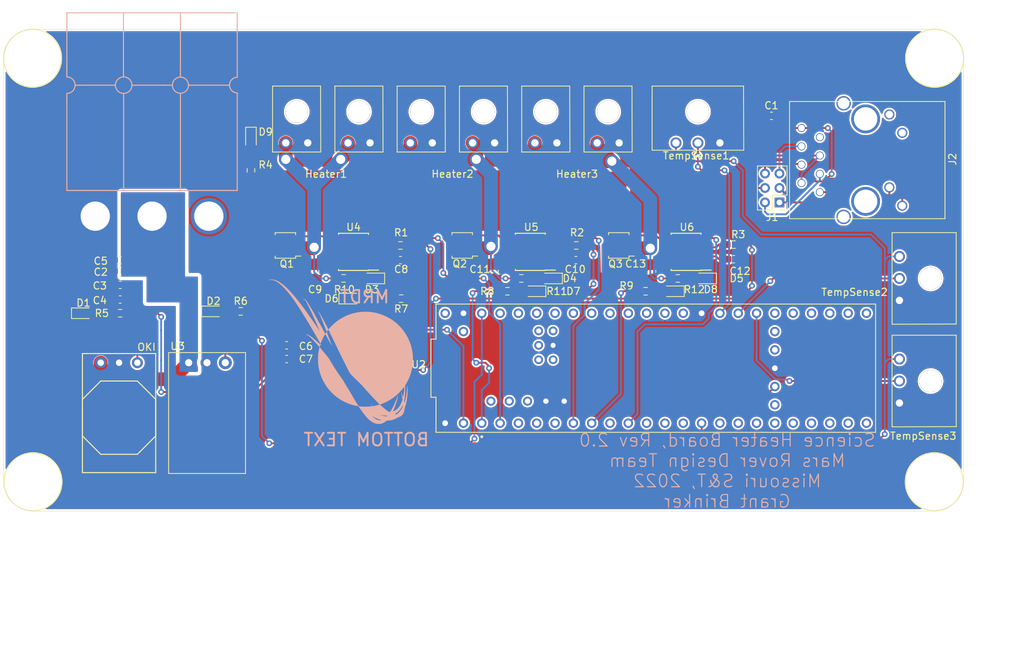
<source format=kicad_pcb>
(kicad_pcb (version 20171130) (host pcbnew "(5.1.10)-1")
  (layers (0 F.Cu signal) (31 B.Cu signal) (34 B.Paste user) (35 F.Paste user) (36 B.SilkS user) (37 F.SilkS user) (38 B.Mask user) (39 F.Mask user) (44 Edge.Cuts user))
  (net 0 "")
  (net 1 GND)
  (net 2 "Net-(C1-Pad1)")
  (net 3 +5V)
  (net 4 +3V3)
  (net 5 "Net-(Q1-Pad4)")
  (net 6 "Net-(R1-Pad2)")
  (net 7 +12V)
  (net 8 "Net-(C10-Pad1)")
  (net 9 +12VA)
  (net 10 "Net-(J1-Pad5)")
  (net 11 "Net-(J1-Pad6)")
  (net 12 "Net-(J2-Pad7)")
  (net 13 "Net-(J1-Pad2)")
  (net 14 "Net-(J1-Pad1)")
  (net 15 "Net-(J2-Pad11)")
  (net 16 "Net-(J1-Pad4)")
  (net 17 "Net-(J2-Pad12)")
  (net 18 "Net-(C1-Pad2)")
  (net 19 "Net-(C8-Pad1)")
  (net 20 "Net-(C12-Pad1)")
  (net 21 "/Mosfets and Sensors/pair1_out")
  (net 22 "Net-(Conn4-Pad1)")
  (net 23 "/Mosfets and Sensors/pair2_out")
  (net 24 "Net-(Conn7-Pad1)")
  (net 25 "/Mosfets and Sensors/pair3_out")
  (net 26 "Net-(Conn10-Pad1)")
  (net 27 "Net-(Q2-Pad4)")
  (net 28 "Net-(Q3-Pad4)")
  (net 29 "Net-(R2-Pad2)")
  (net 30 "Net-(R3-Pad2)")
  (net 31 "Net-(U2-PadVBAT)")
  (net 32 "Net-(U2-PadT+)")
  (net 33 "Net-(U2-PadON/OFF)")
  (net 34 "Net-(U2-PadR+)")
  (net 35 "Net-(U2-PadVUSB)")
  (net 36 "Net-(U2-PadPROGRAM)")
  (net 37 "/Mosfets and Sensors/pair3_in")
  (net 38 "Net-(U2-Pad31)")
  (net 39 "Net-(U2-Pad3)")
  (net 40 "Net-(U2-Pad21)")
  (net 41 "Net-(U2-Pad5V)")
  (net 42 "Net-(U2-Pad15)")
  (net 43 "Net-(U2-Pad35)")
  (net 44 "Net-(U2-PadLED)")
  (net 45 "Net-(U2-Pad11)")
  (net 46 "Net-(U2-PadD+)")
  (net 47 "Net-(U2-Pad19)")
  (net 48 "Net-(U2-Pad20)")
  (net 49 "Net-(U2-Pad28)")
  (net 50 "Net-(U2-Pad24)")
  (net 51 "Net-(U2-Pad32)")
  (net 52 "Net-(U2-Pad29)")
  (net 53 "Net-(U2-Pad38)")
  (net 54 "Net-(U2-Pad18)")
  (net 55 "Net-(U2-Pad8)")
  (net 56 "Net-(U2-Pad36)")
  (net 57 "Net-(U2-Pad4)")
  (net 58 "/Mosfets and Sensors/pair2_in")
  (net 59 "Net-(U2-Pad10)")
  (net 60 "Net-(U2-Pad12)")
  (net 61 "Net-(U2-Pad34)")
  (net 62 "Net-(U2-Pad27)")
  (net 63 "Net-(U2-Pad33)")
  (net 64 "Net-(U2-Pad14)")
  (net 65 "Net-(U2-Pad17)")
  (net 66 "Net-(U2-Pad5)")
  (net 67 "Net-(U2-Pad22)")
  (net 68 "Net-(U2-Pad25)")
  (net 69 "/Mosfets and Sensors/pair1_in")
  (net 70 "Net-(U2-Pad16)")
  (net 71 "Net-(U2-Pad26)")
  (net 72 "Net-(U2-Pad13)")
  (net 73 "Net-(U2-Pad30)")
  (net 74 "Net-(U2-Pad37)")
  (net 75 "Net-(U2-Pad23)")
  (net 76 "Net-(U2-PadVIN)")
  (net 77 "Net-(D6-Pad2)")
  (net 78 "Net-(D7-Pad2)")
  (net 79 "Net-(D8-Pad2)")
  (net 80 "Net-(D1-Pad2)")
  (net 81 "Net-(D2-Pad2)")
  (net 82 "Net-(D9-Pad2)")
  (net 83 "Net-(R7-Pad1)")
  (net 84 "Net-(R8-Pad1)")
  (net 85 "Net-(R9-Pad1)")
  (net 86 "Net-(D3-Pad2)")
  (net 87 "Net-(D4-Pad2)")
  (net 88 "Net-(D5-Pad2)")
  (module MRDT_Drill_Holes:4_40_Hole_Corner (layer F.Cu) (at 44.196 43.942 270)
    (fp_text reference REF** hide)
    (fp_text value 4_40_Hole hide)
    (pad "" np_thru_hole circle (at 4.00812 -4.00812 270) (size 2.9464 2.9464) (drill 2.9464) (layers *.Cu *.Mask) (clearance 2.5))
  )
  (module MRDT_Drill_Holes:4_40_Hole_Corner (layer F.Cu) (at 177.292 43.942 180)
    (fp_text reference REF** hide)
    (fp_text value 4_40_Hole hide)
    (pad "" np_thru_hole circle (at 4.00812 -4.00812 180) (size 2.9464 2.9464) (drill 2.9464) (layers *.Cu *.Mask) (clearance 2.5))
  )
  (module MRDT_Drill_Holes:4_40_Hole_Corner (layer F.Cu) (at 177.23612 110.68812 90)
    (fp_text reference REF** hide)
    (fp_text value 4_40_Hole hide)
    (pad "" np_thru_hole circle (at 4.00812 -4.00812 90) (size 2.9464 2.9464) (drill 2.9464) (layers *.Cu *.Mask) (clearance 2.5))
  )
  (module MRDT_Drill_Holes:4_40_Hole_Corner (layer F.Cu) (at 44.25188 110.68812)
    (fp_text reference REF** hide)
    (fp_text value 4_40_Hole hide)
    (pad "" np_thru_hole circle (at 4.00812 -4.00812) (size 2.9464 2.9464) (drill 2.9464) (layers *.Cu *.Mask) (clearance 2.5))
  )
  (module MRDT_Silkscreens:0_MRDT_Logo_20mm (layer B.Cu) (at 90.932 88.646 180)
    (fp_text reference G*** hide)
    (fp_text value LOGO hide)
  )
  (module Resistor_SMD:R_0603_1608Metric_Pad0.98x0.95mm_HandSolder (layer F.Cu) (at 137.668 78.486)
    (fp_text reference R12 (at 2.286 1.524) (layer F.SilkS))
    (fp_text value 1000)
    (pad 2 smd roundrect (at 0.9125 0) (size 0.975 0.95) (layers F.Cu F.Paste F.Mask) (net 88 "Net-(D5-Pad2)"))
    (pad 1 smd roundrect (at -0.9125 0) (size 0.975 0.95) (layers F.Cu F.Paste F.Mask) (net 26 "Net-(Conn10-Pad1)"))
  )
  (module Resistor_SMD:R_0603_1608Metric_Pad0.98x0.95mm_HandSolder (layer F.Cu) (at 115.9745 78.486)
    (fp_text reference R11 (at 4.9295 1.778) (layer F.SilkS))
    (fp_text value 1000)
    (pad 2 smd roundrect (at 0.9125 0) (size 0.975 0.95) (layers F.Cu F.Paste F.Mask) (net 87 "Net-(D4-Pad2)"))
    (pad 1 smd roundrect (at -0.9125 0) (size 0.975 0.95) (layers F.Cu F.Paste F.Mask) (net 24 "Net-(Conn7-Pad1)"))
  )
  (module Resistor_SMD:R_0603_1608Metric_Pad0.98x0.95mm_HandSolder (layer F.Cu) (at 91.3365 78.486)
    (fp_text reference R10 (at 0.1035 1.524) (layer F.SilkS))
    (fp_text value 1000)
    (pad 2 smd roundrect (at 0.9125 0) (size 0.975 0.95) (layers F.Cu F.Paste F.Mask) (net 86 "Net-(D3-Pad2)"))
    (pad 1 smd roundrect (at -0.9125 0) (size 0.975 0.95) (layers F.Cu F.Paste F.Mask) (net 22 "Net-(Conn4-Pad1)"))
  )
  (module Resistor_SMD:R_0603_1608Metric_Pad0.98x0.95mm_HandSolder (layer F.Cu) (at 133.1995 80.264)
    (fp_text reference R9 (at -2.6435 -0.762) (layer F.SilkS))
    (fp_text value 120)
    (pad 2 smd roundrect (at 0.9125 0) (size 0.975 0.95) (layers F.Cu F.Paste F.Mask) (net 79 "Net-(D8-Pad2)"))
    (pad 1 smd roundrect (at -0.9125 0) (size 0.975 0.95) (layers F.Cu F.Paste F.Mask) (net 85 "Net-(R9-Pad1)"))
  )
  (module Resistor_SMD:R_0603_1608Metric_Pad0.98x0.95mm_HandSolder (layer F.Cu) (at 114.046 80.264)
    (fp_text reference R8 (at -2.794 0) (layer F.SilkS))
    (fp_text value 120)
    (pad 2 smd roundrect (at 0.9125 0) (size 0.975 0.95) (layers F.Cu F.Paste F.Mask) (net 78 "Net-(D7-Pad2)"))
    (pad 1 smd roundrect (at -0.9125 0) (size 0.975 0.95) (layers F.Cu F.Paste F.Mask) (net 84 "Net-(R8-Pad1)"))
  )
  (module Resistor_SMD:R_0603_1608Metric_Pad0.98x0.95mm_HandSolder (layer F.Cu) (at 99.314 81.28 180)
    (fp_text reference R7 (at 0 -1.43) (layer F.SilkS))
    (fp_text value 120)
    (pad 2 smd roundrect (at 0.9125 0 180) (size 0.975 0.95) (layers F.Cu F.Paste F.Mask) (net 77 "Net-(D6-Pad2)"))
    (pad 1 smd roundrect (at -0.9125 0 180) (size 0.975 0.95) (layers F.Cu F.Paste F.Mask) (net 83 "Net-(R7-Pad1)"))
  )
  (module Resistor_SMD:R_0603_1608Metric_Pad0.98x0.95mm_HandSolder (layer F.Cu) (at 77.0655 83.058)
    (fp_text reference R6 (at 0 -1.43) (layer F.SilkS))
    (fp_text value 120)
    (pad 2 smd roundrect (at 0.9125 0) (size 0.975 0.95) (layers F.Cu F.Paste F.Mask) (net 4 +3V3))
    (pad 1 smd roundrect (at -0.9125 0) (size 0.975 0.95) (layers F.Cu F.Paste F.Mask) (net 81 "Net-(D2-Pad2)"))
  )
  (module Resistor_SMD:R_0603_1608Metric_Pad0.98x0.95mm_HandSolder (layer F.Cu) (at 60.3485 83.312)
    (fp_text reference R5 (at -2.54 0) (layer F.SilkS))
    (fp_text value 300)
    (pad 2 smd roundrect (at 0.9125 0) (size 0.975 0.95) (layers F.Cu F.Paste F.Mask) (net 3 +5V))
    (pad 1 smd roundrect (at -0.9125 0) (size 0.975 0.95) (layers F.Cu F.Paste F.Mask) (net 80 "Net-(D1-Pad2)"))
  )
  (module Resistor_SMD:R_0603_1608Metric_Pad0.98x0.95mm_HandSolder (layer F.Cu) (at 78.486 63.5 270)
    (fp_text reference R4 (at -0.762 -2.032 180) (layer F.SilkS))
    (fp_text value 1000)
    (pad 2 smd roundrect (at 0.9125 0 270) (size 0.975 0.95) (layers F.Cu F.Paste F.Mask) (net 9 +12VA))
    (pad 1 smd roundrect (at -0.9125 0 270) (size 0.975 0.95) (layers F.Cu F.Paste F.Mask) (net 82 "Net-(D9-Pad2)"))
  )
  (module LED_SMD:LED_0603_1608Metric_Pad1.05x0.95mm_HandSolder (layer F.Cu) (at 78.486 59.182 270)
    (fp_text reference D9 (at -1.016 -2.032 180) (layer F.SilkS))
    (fp_text value LED)
    (pad 2 smd roundrect (at 0.875 0 270) (size 1.05 0.95) (layers F.Cu F.Paste F.Mask) (net 82 "Net-(D9-Pad2)"))
    (pad 1 smd roundrect (at -0.875 0 270) (size 1.05 0.95) (layers F.Cu F.Paste F.Mask) (net 1 GND))
  )
  (module LED_SMD:LED_0603_1608Metric_Pad1.05x0.95mm_HandSolder (layer F.Cu) (at 136.906 80.264 180)
    (fp_text reference D8 (at -5.334 0.254) (layer F.SilkS))
    (fp_text value LED)
    (pad 2 smd roundrect (at 0.875 0 180) (size 1.05 0.95) (layers F.Cu F.Paste F.Mask) (net 79 "Net-(D8-Pad2)"))
    (pad 1 smd roundrect (at -0.875 0 180) (size 1.05 0.95) (layers F.Cu F.Paste F.Mask) (net 1 GND))
  )
  (module LED_SMD:LED_0603_1608Metric_Pad1.05x0.95mm_HandSolder (layer F.Cu) (at 117.715 80.264 180)
    (fp_text reference D7 (at -5.475 0) (layer F.SilkS))
    (fp_text value LED)
    (pad 2 smd roundrect (at 0.875 0 180) (size 1.05 0.95) (layers F.Cu F.Paste F.Mask) (net 78 "Net-(D7-Pad2)"))
    (pad 1 smd roundrect (at -0.875 0 180) (size 1.05 0.95) (layers F.Cu F.Paste F.Mask) (net 1 GND))
  )
  (module LED_SMD:LED_0603_1608Metric_Pad1.05x0.95mm_HandSolder (layer F.Cu) (at 92.343 81.28)
    (fp_text reference D6 (at -2.681 0) (layer F.SilkS))
    (fp_text value LED)
    (pad 2 smd roundrect (at 0.875 0) (size 1.05 0.95) (layers F.Cu F.Paste F.Mask) (net 77 "Net-(D6-Pad2)"))
    (pad 1 smd roundrect (at -0.875 0) (size 1.05 0.95) (layers F.Cu F.Paste F.Mask) (net 1 GND))
  )
  (module LED_SMD:LED_0603_1608Metric_Pad1.05x0.95mm_HandSolder (layer F.Cu) (at 141.365 78.486 180)
    (fp_text reference D5 (at -4.459 0) (layer F.SilkS))
    (fp_text value LED)
    (pad 2 smd roundrect (at 0.875 0 180) (size 1.05 0.95) (layers F.Cu F.Paste F.Mask) (net 88 "Net-(D5-Pad2)"))
    (pad 1 smd roundrect (at -0.875 0 180) (size 1.05 0.95) (layers F.Cu F.Paste F.Mask) (net 1 GND))
  )
  (module LED_SMD:LED_0603_1608Metric_Pad1.05x0.95mm_HandSolder (layer F.Cu) (at 120.001 78.486 180)
    (fp_text reference D4 (at -2.681 0) (layer F.SilkS))
    (fp_text value LED)
    (pad 2 smd roundrect (at 0.875 0 180) (size 1.05 0.95) (layers F.Cu F.Paste F.Mask) (net 87 "Net-(D4-Pad2)"))
    (pad 1 smd roundrect (at -0.875 0 180) (size 1.05 0.95) (layers F.Cu F.Paste F.Mask) (net 1 GND))
  )
  (module LED_SMD:LED_0603_1608Metric_Pad1.05x0.95mm_HandSolder (layer F.Cu) (at 95.363 78.486 180)
    (fp_text reference D3 (at 0.113 -1.524) (layer F.SilkS))
    (fp_text value LED)
    (pad 2 smd roundrect (at 0.875 0 180) (size 1.05 0.95) (layers F.Cu F.Paste F.Mask) (net 86 "Net-(D3-Pad2)"))
    (pad 1 smd roundrect (at -0.875 0 180) (size 1.05 0.95) (layers F.Cu F.Paste F.Mask) (net 1 GND))
  )
  (module LED_SMD:LED_0603_1608Metric_Pad1.05x0.95mm_HandSolder (layer F.Cu) (at 73.293 83.058)
    (fp_text reference D2 (at 0 -1.43) (layer F.SilkS))
    (fp_text value LED)
    (pad 2 smd roundrect (at 0.875 0) (size 1.05 0.95) (layers F.Cu F.Paste F.Mask) (net 81 "Net-(D2-Pad2)"))
    (pad 1 smd roundrect (at -0.875 0) (size 1.05 0.95) (layers F.Cu F.Paste F.Mask) (net 1 GND))
  )
  (module LED_SMD:LED_0603_1608Metric_Pad1.05x0.95mm_HandSolder (layer F.Cu) (at 55.259 83.312)
    (fp_text reference D1 (at 0 -1.43) (layer F.SilkS))
    (fp_text value LED)
    (pad 2 smd roundrect (at 0.875 0) (size 1.05 0.95) (layers F.Cu F.Paste F.Mask) (net 80 "Net-(D1-Pad2)"))
    (pad 1 smd roundrect (at -0.875 0) (size 1.05 0.95) (layers F.Cu F.Paste F.Mask) (net 1 GND))
  )
  (module Package_SO:SOIC-8-N7_3.9x4.9mm_P1.27mm (layer F.Cu) (at 138.811 74.803 180)
    (fp_text reference U6 (at -0.127 3.429) (layer F.SilkS))
    (fp_text value LT1910)
    (pad 8 smd rect (at 2.7 -1.905 180) (size 1.55 0.6) (layers F.Cu F.Paste F.Mask) (net 9 +12VA))
    (pad 6 smd rect (at 2.7 0.635 180) (size 1.55 0.6) (layers F.Cu F.Paste F.Mask) (net 9 +12VA))
    (pad 5 smd rect (at 2.7 1.905 180) (size 1.55 0.6) (layers F.Cu F.Paste F.Mask) (net 28 "Net-(Q3-Pad4)"))
    (pad 4 smd rect (at -2.7 1.905 180) (size 1.55 0.6) (layers F.Cu F.Paste F.Mask) (net 37 "/Mosfets and Sensors/pair3_in"))
    (pad 3 smd rect (at -2.7 0.635 180) (size 1.55 0.6) (layers F.Cu F.Paste F.Mask) (net 30 "Net-(R3-Pad2)"))
    (pad 2 smd rect (at -2.7 -0.635 180) (size 1.55 0.6) (layers F.Cu F.Paste F.Mask) (net 20 "Net-(C12-Pad1)"))
    (pad 1 smd rect (at -2.7 -1.905 180) (size 1.55 0.6) (layers F.Cu F.Paste F.Mask) (net 1 GND))
  )
  (module Package_SO:SOIC-8-N7_3.9x4.9mm_P1.27mm (layer F.Cu) (at 117.221 74.803 180)
    (fp_text reference U5 (at -0.127 3.429) (layer F.SilkS))
    (fp_text value LT1910)
    (pad 8 smd rect (at 2.7 -1.905 180) (size 1.55 0.6) (layers F.Cu F.Paste F.Mask) (net 9 +12VA))
    (pad 6 smd rect (at 2.7 0.635 180) (size 1.55 0.6) (layers F.Cu F.Paste F.Mask) (net 9 +12VA))
    (pad 5 smd rect (at 2.7 1.905 180) (size 1.55 0.6) (layers F.Cu F.Paste F.Mask) (net 27 "Net-(Q2-Pad4)"))
    (pad 4 smd rect (at -2.7 1.905 180) (size 1.55 0.6) (layers F.Cu F.Paste F.Mask) (net 58 "/Mosfets and Sensors/pair2_in"))
    (pad 3 smd rect (at -2.7 0.635 180) (size 1.55 0.6) (layers F.Cu F.Paste F.Mask) (net 29 "Net-(R2-Pad2)"))
    (pad 2 smd rect (at -2.7 -0.635 180) (size 1.55 0.6) (layers F.Cu F.Paste F.Mask) (net 8 "Net-(C10-Pad1)"))
    (pad 1 smd rect (at -2.7 -1.905 180) (size 1.55 0.6) (layers F.Cu F.Paste F.Mask) (net 1 GND))
  )
  (module Package_SO:SOIC-8-N7_3.9x4.9mm_P1.27mm (layer F.Cu) (at 92.71 74.803 180)
    (fp_text reference U4 (at 0 3.429) (layer F.SilkS))
    (fp_text value LT1910)
    (pad 8 smd rect (at 2.7 -1.905 180) (size 1.55 0.6) (layers F.Cu F.Paste F.Mask) (net 9 +12VA))
    (pad 6 smd rect (at 2.7 0.635 180) (size 1.55 0.6) (layers F.Cu F.Paste F.Mask) (net 9 +12VA))
    (pad 5 smd rect (at 2.7 1.905 180) (size 1.55 0.6) (layers F.Cu F.Paste F.Mask) (net 5 "Net-(Q1-Pad4)"))
    (pad 4 smd rect (at -2.7 1.905 180) (size 1.55 0.6) (layers F.Cu F.Paste F.Mask) (net 69 "/Mosfets and Sensors/pair1_in"))
    (pad 3 smd rect (at -2.7 0.635 180) (size 1.55 0.6) (layers F.Cu F.Paste F.Mask) (net 6 "Net-(R1-Pad2)"))
    (pad 2 smd rect (at -2.7 -0.635 180) (size 1.55 0.6) (layers F.Cu F.Paste F.Mask) (net 19 "Net-(C8-Pad1)"))
    (pad 1 smd rect (at -2.7 -1.905 180) (size 1.55 0.6) (layers F.Cu F.Paste F.Mask) (net 1 GND))
  )
  (module Converter_DCDC:Converter_DCDC_muRata_OKI-78SR_Horizontal (layer F.Cu) (at 69.85 90.17)
    (fp_text reference U3 (at -1.524 -2.286 180) (layer F.SilkS))
    (fp_text value OKI-78SR-3.3_1.5-W36H-C)
    (pad 3 thru_hole circle (at 5.08 0 180) (size 1.8 1.8) (drill 1) (layers *.Cu *.Mask) (net 4 +3V3))
    (pad 2 thru_hole circle (at 2.54 0 180) (size 1.8 1.8) (drill 1) (layers *.Cu *.Mask) (net 1 GND))
    (pad 1 thru_hole rect (at 0 0 180) (size 1.8 1.8) (drill 1) (layers *.Cu *.Mask) (net 7 +12V))
  )
  (module MRDT_Shields:Teensy_4_1_Vertical (layer F.Cu) (at 83.82 55.372)
    (fp_text reference U2 (at 17.907 35.052) (layer F.SilkS))
    (fp_text value Teensy4.1_DEV-16771)
    (pad GND1 thru_hole circle (at 21.59 43.18) (size 1.308 1.308) (drill 0.8) (layers *.Cu *.Mask) (net 1 GND))
    (pad VBAT thru_hole circle (at 67.31 40.64) (size 1.308 1.308) (drill 0.8) (layers *.Cu *.Mask) (net 31 "Net-(U2-PadVBAT)"))
    (pad GND2 thru_hole circle (at 57.15 27.94) (size 1.308 1.308) (drill 0.8) (layers *.Cu *.Mask) (net 1 GND))
    (pad R- thru_hole circle (at 36.56 30.39) (size 1.208 1.208) (drill 0.7) (layers *.Cu *.Mask))
    (pad T+ thru_hole circle (at 36.56 34.39) (size 1.208 1.208) (drill 0.7) (layers *.Cu *.Mask) (net 32 "Net-(U2-PadT+)"))
    (pad ON/OFF thru_hole circle (at 67.31 30.48) (size 1.308 1.308) (drill 0.8) (layers *.Cu *.Mask) (net 33 "Net-(U2-PadON/OFF)"))
    (pad R+ thru_hole circle (at 34.56 30.39) (size 1.208 1.208) (drill 0.7) (layers *.Cu *.Mask) (net 34 "Net-(U2-PadR+)"))
    (pad 0 thru_hole circle (at 24.13 43.18) (size 1.308 1.308) (drill 0.8) (layers *.Cu *.Mask) (net 83 "Net-(R7-Pad1)"))
    (pad 3.3V_3 thru_hole circle (at 67.31 38.1) (size 1.308 1.308) (drill 0.8) (layers *.Cu *.Mask) (net 4 +3V3))
    (pad VUSB thru_hole circle (at 24.13 30.48) (size 1.308 1.308) (drill 0.8) (layers *.Cu *.Mask) (net 35 "Net-(U2-PadVUSB)"))
    (pad PROGRAM thru_hole circle (at 67.31 33.02) (size 1.308 1.308) (drill 0.8) (layers *.Cu *.Mask) (net 36 "Net-(U2-PadPROGRAM)"))
    (pad GND5 thru_hole circle (at 36.56 32.39) (size 1.208 1.208) (drill 0.7) (layers *.Cu *.Mask) (net 1 GND))
    (pad GND4 thru_hole circle (at 67.31 35.56) (size 1.308 1.308) (drill 0.8) (layers *.Cu *.Mask) (net 1 GND))
    (pad VIN thru_hole circle (at 21.59 27.94) (size 1.308 1.308) (drill 0.8) (layers *.Cu *.Mask) (net 76 "Net-(U2-PadVIN)"))
    (pad 9 thru_hole circle (at 46.99 43.18) (size 1.308 1.308) (drill 0.8) (layers *.Cu *.Mask) (net 37 "/Mosfets and Sensors/pair3_in"))
    (pad 31 thru_hole circle (at 77.47 43.18) (size 1.308 1.308) (drill 0.8) (layers *.Cu *.Mask) (net 38 "Net-(U2-Pad31)"))
    (pad 39 thru_hole circle (at 64.77 27.94) (size 1.308 1.308) (drill 0.8) (layers *.Cu *.Mask) (net 25 "/Mosfets and Sensors/pair3_out"))
    (pad 3 thru_hole circle (at 31.75 43.18) (size 1.308 1.308) (drill 0.8) (layers *.Cu *.Mask) (net 39 "Net-(U2-Pad3)"))
    (pad 21 thru_hole circle (at 34.29 27.94) (size 1.308 1.308) (drill 0.8) (layers *.Cu *.Mask) (net 40 "Net-(U2-Pad21)"))
    (pad 3.3V_2 thru_hole circle (at 26.67 27.94) (size 1.308 1.308) (drill 0.8) (layers *.Cu *.Mask) (net 4 +3V3))
    (pad 5V thru_hole circle (at 27.94 40.13) (size 1.258 1.258) (drill 0.75) (layers *.Cu *.Mask) (net 41 "Net-(U2-Pad5V)"))
    (pad 1 thru_hole circle (at 26.67 43.18) (size 1.308 1.308) (drill 0.8) (layers *.Cu *.Mask) (net 84 "Net-(R8-Pad1)"))
    (pad D- thru_hole circle (at 30.48 40.13) (size 1.258 1.258) (drill 0.75) (layers *.Cu *.Mask))
    (pad 15 thru_hole circle (at 49.53 27.94) (size 1.308 1.308) (drill 0.8) (layers *.Cu *.Mask) (net 42 "Net-(U2-Pad15)"))
    (pad GND3 thru_hole circle (at 24.13 27.94) (size 1.308 1.308) (drill 0.8) (layers *.Cu *.Mask) (net 1 GND))
    (pad 35 thru_hole circle (at 74.93 27.94) (size 1.308 1.308) (drill 0.8) (layers *.Cu *.Mask) (net 43 "Net-(U2-Pad35)"))
    (pad LED thru_hole circle (at 34.56 32.39) (size 1.208 1.208) (drill 0.7) (layers *.Cu *.Mask) (net 44 "Net-(U2-PadLED)"))
    (pad 41 thru_hole circle (at 59.69 27.94) (size 1.308 1.308) (drill 0.8) (layers *.Cu *.Mask) (net 21 "/Mosfets and Sensors/pair1_out"))
    (pad 11 thru_hole circle (at 52.07 43.18) (size 1.308 1.308) (drill 0.8) (layers *.Cu *.Mask) (net 45 "Net-(U2-Pad11)"))
    (pad D+ thru_hole circle (at 33.02 40.13 180) (size 1.258 1.258) (drill 0.75) (layers *.Cu *.Mask) (net 46 "Net-(U2-PadD+)"))
    (pad 19 thru_hole circle (at 39.37 27.94) (size 1.308 1.308) (drill 0.8) (layers *.Cu *.Mask) (net 47 "Net-(U2-Pad19)"))
    (pad 20 thru_hole circle (at 36.83 27.94) (size 1.308 1.308) (drill 0.8) (layers *.Cu *.Mask) (net 48 "Net-(U2-Pad20)"))
    (pad 28 thru_hole circle (at 69.85 43.18) (size 1.308 1.308) (drill 0.8) (layers *.Cu *.Mask) (net 49 "Net-(U2-Pad28)"))
    (pad 24 thru_hole circle (at 59.69 43.18) (size 1.308 1.308) (drill 0.8) (layers *.Cu *.Mask) (net 50 "Net-(U2-Pad24)"))
    (pad 32 thru_hole circle (at 80.01 43.18) (size 1.308 1.308) (drill 0.8) (layers *.Cu *.Mask) (net 51 "Net-(U2-Pad32)"))
    (pad 29 thru_hole circle (at 72.39 43.18) (size 1.308 1.308) (drill 0.8) (layers *.Cu *.Mask) (net 52 "Net-(U2-Pad29)"))
    (pad 38 thru_hole circle (at 67.31 27.94) (size 1.308 1.308) (drill 0.8) (layers *.Cu *.Mask) (net 53 "Net-(U2-Pad38)"))
    (pad 18 thru_hole circle (at 41.91 27.94) (size 1.308 1.308) (drill 0.8) (layers *.Cu *.Mask) (net 54 "Net-(U2-Pad18)"))
    (pad 8 thru_hole circle (at 44.45 43.18) (size 1.308 1.308) (drill 0.8) (layers *.Cu *.Mask) (net 55 "Net-(U2-Pad8)"))
    (pad T- thru_hole circle (at 34.56 34.39 270) (size 1.208 1.208) (drill 0.7) (layers *.Cu *.Mask))
    (pad 36 thru_hole circle (at 72.39 27.94) (size 1.308 1.308) (drill 0.8) (layers *.Cu *.Mask) (net 56 "Net-(U2-Pad36)"))
    (pad 40 thru_hole circle (at 62.23 27.94) (size 1.308 1.308) (drill 0.8) (layers *.Cu *.Mask) (net 23 "/Mosfets and Sensors/pair2_out"))
    (pad 4 thru_hole circle (at 34.29 43.18) (size 1.308 1.308) (drill 0.8) (layers *.Cu *.Mask) (net 57 "Net-(U2-Pad4)"))
    (pad USB_GND1 thru_hole circle (at 35.56 40.13 180) (size 1.258 1.258) (drill 0.75) (layers *.Cu *.Mask) (net 1 GND))
    (pad 6 thru_hole circle (at 39.37 43.18) (size 1.308 1.308) (drill 0.8) (layers *.Cu *.Mask) (net 58 "/Mosfets and Sensors/pair2_in"))
    (pad 10 thru_hole circle (at 49.53 43.18) (size 1.308 1.308) (drill 0.8) (layers *.Cu *.Mask) (net 59 "Net-(U2-Pad10)"))
    (pad 12 thru_hole circle (at 54.61 43.18) (size 1.308 1.308) (drill 0.8) (layers *.Cu *.Mask) (net 60 "Net-(U2-Pad12)"))
    (pad 34 thru_hole circle (at 77.47 27.94) (size 1.308 1.308) (drill 0.8) (layers *.Cu *.Mask) (net 61 "Net-(U2-Pad34)"))
    (pad 27 thru_hole circle (at 67.31 43.18) (size 1.308 1.308) (drill 0.8) (layers *.Cu *.Mask) (net 62 "Net-(U2-Pad27)"))
    (pad 33 thru_hole circle (at 80.01 27.94) (size 1.308 1.308) (drill 0.8) (layers *.Cu *.Mask) (net 63 "Net-(U2-Pad33)"))
    (pad USB_GND2 thru_hole circle (at 38.1 40.13) (size 1.258 1.258) (drill 0.75) (layers *.Cu *.Mask) (net 1 GND))
    (pad 14 thru_hole circle (at 52.07 27.94) (size 1.308 1.308) (drill 0.8) (layers *.Cu *.Mask) (net 64 "Net-(U2-Pad14)"))
    (pad 17 thru_hole circle (at 44.45 27.94) (size 1.308 1.308) (drill 0.8) (layers *.Cu *.Mask) (net 65 "Net-(U2-Pad17)"))
    (pad 5 thru_hole circle (at 36.83 43.18) (size 1.308 1.308) (drill 0.8) (layers *.Cu *.Mask) (net 66 "Net-(U2-Pad5)"))
    (pad 7 thru_hole circle (at 41.91 43.18) (size 1.308 1.308) (drill 0.8) (layers *.Cu *.Mask) (net 85 "Net-(R9-Pad1)"))
    (pad 22 thru_hole circle (at 31.75 27.94) (size 1.308 1.308) (drill 0.8) (layers *.Cu *.Mask) (net 67 "Net-(U2-Pad22)"))
    (pad 25 thru_hole circle (at 62.23 43.18) (size 1.308 1.308) (drill 0.8) (layers *.Cu *.Mask) (net 68 "Net-(U2-Pad25)"))
    (pad 2 thru_hole circle (at 29.21 43.18) (size 1.308 1.308) (drill 0.8) (layers *.Cu *.Mask) (net 69 "/Mosfets and Sensors/pair1_in"))
    (pad 16 thru_hole circle (at 46.99 27.94) (size 1.308 1.308) (drill 0.8) (layers *.Cu *.Mask) (net 70 "Net-(U2-Pad16)"))
    (pad 26 thru_hole circle (at 64.77 43.18) (size 1.308 1.308) (drill 0.8) (layers *.Cu *.Mask) (net 71 "Net-(U2-Pad26)"))
    (pad 3.3V_1 thru_hole circle (at 57.15 43.18) (size 1.308 1.308) (drill 0.8) (layers *.Cu *.Mask) (net 4 +3V3))
    (pad 13 thru_hole circle (at 54.61 27.94) (size 1.308 1.308) (drill 0.8) (layers *.Cu *.Mask) (net 72 "Net-(U2-Pad13)"))
    (pad 30 thru_hole circle (at 74.93 43.18) (size 1.308 1.308) (drill 0.8) (layers *.Cu *.Mask) (net 73 "Net-(U2-Pad30)"))
    (pad 37 thru_hole circle (at 69.85 27.94) (size 1.308 1.308) (drill 0.8) (layers *.Cu *.Mask) (net 74 "Net-(U2-Pad37)"))
    (pad 23 thru_hole circle (at 29.21 27.94) (size 1.308 1.308) (drill 0.8) (layers *.Cu *.Mask) (net 75 "Net-(U2-Pad23)"))
  )
  (module MRDT_Devices:OKI_Horizontal (layer F.Cu) (at 57.658 90.17)
    (fp_text reference U1 hide)
    (fp_text value OKI (at 6.35 -2.159) (layer F.SilkS))
    (pad 3 thru_hole circle (at 5.08 0) (size 1.524 1.524) (drill 0.889) (layers *.Cu *.Mask) (net 3 +5V))
    (pad 2 thru_hole circle (at 2.54 0) (size 1.524 1.524) (drill 0.889) (layers *.Cu *.Mask) (net 1 GND))
    (pad 1 thru_hole circle (at 0 0) (size 1.524 1.524) (drill 0.889) (layers *.Cu *.Mask) (net 7 +12V))
  )
  (module Resistor_SMD:R_0603_1608Metric_Pad0.98x0.95mm_HandSolder (layer F.Cu) (at 145.415 73.787 180)
    (fp_text reference R3 (at -0.635 1.397) (layer F.SilkS))
    (fp_text value 5.1k)
    (pad 2 smd roundrect (at 0.9125 0 180) (size 0.975 0.95) (layers F.Cu F.Paste F.Mask) (net 30 "Net-(R3-Pad2)"))
    (pad 1 smd roundrect (at -0.9125 0 180) (size 0.975 0.95) (layers F.Cu F.Paste F.Mask) (net 3 +5V))
  )
  (module Resistor_SMD:R_0603_1608Metric_Pad0.98x0.95mm_HandSolder (layer F.Cu) (at 123.5945 73.914 180)
    (fp_text reference R2 (at -0.1035 1.778) (layer F.SilkS))
    (fp_text value 5.1k)
    (pad 2 smd roundrect (at 0.9125 0 180) (size 0.975 0.95) (layers F.Cu F.Paste F.Mask) (net 29 "Net-(R2-Pad2)"))
    (pad 1 smd roundrect (at -0.9125 0 180) (size 0.975 0.95) (layers F.Cu F.Paste F.Mask) (net 3 +5V))
  )
  (module Resistor_SMD:R_0603_1608Metric_Pad0.98x0.95mm_HandSolder (layer F.Cu) (at 99.2105 73.914 180)
    (fp_text reference R1 (at -0.1035 1.778) (layer F.SilkS))
    (fp_text value 5.1k)
    (pad 2 smd roundrect (at 0.9125 0 180) (size 0.975 0.95) (layers F.Cu F.Paste F.Mask) (net 6 "Net-(R1-Pad2)"))
    (pad 1 smd roundrect (at -0.9125 0 180) (size 0.975 0.95) (layers F.Cu F.Paste F.Mask) (net 3 +5V))
  )
  (module Package_TO_SOT_SMD:LFPAK33 (layer F.Cu) (at 129.691 73.914 180)
    (fp_text reference Q3 (at 0.659 -2.55) (layer F.SilkS))
    (fp_text value BUK7M33-60EX)
    (pad 5 smd custom (at 0.405 0 180) (size 1.85 2.25) (layers F.Cu F.Mask) (net 9 +12VA) (options (clearance outline) (anchor rect)) (primitives (gr_poly (pts (xy 0.925 -1.175) (xy 1.545 -1.175) (xy 1.545 -0.775) (xy 0.925 -0.775)) (width 0)) (gr_poly (pts (xy 0.925 -0.525) (xy 1.545 -0.525) (xy 1.545 -0.125) (xy 0.925 -0.125)) (width 0)) (gr_poly (pts (xy 0.925 0.125) (xy 1.545 0.125) (xy 1.545 0.525) (xy 0.925 0.525)) (width 0)) (gr_poly (pts (xy 0.925 0.775) (xy 1.545 0.775) (xy 1.545 1.175) (xy 0.925 1.175)) (width 0))))
    (pad 4 smd rect (at -1.535 0.975 180) (size 0.83 0.4) (layers F.Cu F.Mask) (net 28 "Net-(Q3-Pad4)"))
    (pad 3 smd rect (at -1.535 0.325 180) (size 0.83 0.4) (layers F.Cu F.Mask) (net 26 "Net-(Conn10-Pad1)"))
    (pad 1 smd rect (at -1.535 -0.975 180) (size 0.83 0.4) (layers F.Cu F.Mask) (net 26 "Net-(Conn10-Pad1)"))
    (pad 2 smd rect (at -1.535 -0.325 180) (size 0.83 0.4) (layers F.Cu F.Mask) (net 26 "Net-(Conn10-Pad1)"))
  )
  (module Package_TO_SOT_SMD:LFPAK33 (layer F.Cu) (at 107.974 73.914 180)
    (fp_text reference Q2 (at 0.532 -2.54) (layer F.SilkS))
    (fp_text value BUK7M33-60EX)
    (pad 5 smd custom (at 0.405 0 180) (size 1.85 2.25) (layers F.Cu F.Mask) (net 9 +12VA) (options (clearance outline) (anchor rect)) (primitives (gr_poly (pts (xy 0.925 -1.175) (xy 1.545 -1.175) (xy 1.545 -0.775) (xy 0.925 -0.775)) (width 0)) (gr_poly (pts (xy 0.925 -0.525) (xy 1.545 -0.525) (xy 1.545 -0.125) (xy 0.925 -0.125)) (width 0)) (gr_poly (pts (xy 0.925 0.125) (xy 1.545 0.125) (xy 1.545 0.525) (xy 0.925 0.525)) (width 0)) (gr_poly (pts (xy 0.925 0.775) (xy 1.545 0.775) (xy 1.545 1.175) (xy 0.925 1.175)) (width 0))))
    (pad 4 smd rect (at -1.535 0.975 180) (size 0.83 0.4) (layers F.Cu F.Mask) (net 27 "Net-(Q2-Pad4)"))
    (pad 3 smd rect (at -1.535 0.325 180) (size 0.83 0.4) (layers F.Cu F.Mask) (net 24 "Net-(Conn7-Pad1)"))
    (pad 1 smd rect (at -1.535 -0.975 180) (size 0.83 0.4) (layers F.Cu F.Mask) (net 24 "Net-(Conn7-Pad1)"))
    (pad 2 smd rect (at -1.535 -0.325 180) (size 0.83 0.4) (layers F.Cu F.Mask) (net 24 "Net-(Conn7-Pad1)"))
  )
  (module Package_TO_SOT_SMD:LFPAK33 (layer F.Cu) (at 83.463 73.914 180)
    (fp_text reference Q1 (at 0 -2.55) (layer F.SilkS))
    (fp_text value BUK7M33-60EX)
    (pad 5 smd custom (at 0.405 0 180) (size 1.85 2.25) (layers F.Cu F.Mask) (net 9 +12VA) (options (clearance outline) (anchor rect)) (primitives (gr_poly (pts (xy 0.925 -1.175) (xy 1.545 -1.175) (xy 1.545 -0.775) (xy 0.925 -0.775)) (width 0)) (gr_poly (pts (xy 0.925 -0.525) (xy 1.545 -0.525) (xy 1.545 -0.125) (xy 0.925 -0.125)) (width 0)) (gr_poly (pts (xy 0.925 0.125) (xy 1.545 0.125) (xy 1.545 0.525) (xy 0.925 0.525)) (width 0)) (gr_poly (pts (xy 0.925 0.775) (xy 1.545 0.775) (xy 1.545 1.175) (xy 0.925 1.175)) (width 0))))
    (pad 4 smd rect (at -1.535 0.975 180) (size 0.83 0.4) (layers F.Cu F.Mask) (net 5 "Net-(Q1-Pad4)"))
    (pad 3 smd rect (at -1.535 0.325 180) (size 0.83 0.4) (layers F.Cu F.Mask) (net 22 "Net-(Conn4-Pad1)"))
    (pad 1 smd rect (at -1.535 -0.975 180) (size 0.83 0.4) (layers F.Cu F.Mask) (net 22 "Net-(Conn4-Pad1)"))
    (pad 2 smd rect (at -1.535 -0.325 180) (size 0.83 0.4) (layers F.Cu F.Mask) (net 22 "Net-(Conn4-Pad1)"))
  )
  (module MRDT_Connectors:RJ45_Teensy (layer F.Cu) (at 176.715 61.953 90)
    (fp_text reference J2 (at 0 -0.947 90) (layer F.SilkS))
    (fp_text value RJ45_LED_Shielded)
    (pad 8 thru_hole circle (at 4.32 -21.89 90) (size 1.1 1.1) (drill 0.9) (layers *.Cu *.Mask) (net 18 "Net-(C1-Pad2)"))
    (pad 6 thru_hole circle (at 1.78 -21.89 90) (size 1.1 1.1) (drill 0.9) (layers *.Cu *.Mask) (net 10 "Net-(J1-Pad5)"))
    (pad 4 thru_hole circle (at -0.76 -21.89 90) (size 1.1 1.1) (drill 0.9) (layers *.Cu *.Mask) (net 11 "Net-(J1-Pad6)"))
    (pad 2 thru_hole circle (at -3.3 -21.89 90) (size 1.1 1.1) (drill 0.9) (layers *.Cu *.Mask) (net 2 "Net-(C1-Pad1)"))
    (pad 7 thru_hole circle (at 3.05 -19.35 90) (size 1.1 1.1) (drill 0.9) (layers *.Cu *.Mask) (net 12 "Net-(J2-Pad7)"))
    (pad 5 thru_hole circle (at 0.51 -19.35 90) (size 1.1 1.1) (drill 0.9) (layers *.Cu *.Mask) (net 2 "Net-(C1-Pad1)"))
    (pad 3 thru_hole circle (at -2.03 -19.35 90) (size 1.1 1.1) (drill 0.9) (layers *.Cu *.Mask) (net 13 "Net-(J1-Pad2)"))
    (pad 1 thru_hole circle (at -4.57 -19.35 90) (size 1.1 1.1) (drill 0.9) (layers *.Cu *.Mask) (net 14 "Net-(J1-Pad1)"))
    (pad 14 thru_hole circle (at 5.59 -13 90) (size 4 4) (drill 3.25) (layers *.Cu *.Mask))
    (pad 13 thru_hole circle (at -5.84 -13 90) (size 4 4) (drill 3.25) (layers *.Cu *.Mask))
    (pad 11 thru_hole circle (at 3.66 -7.92 90) (size 1.4 1.4) (drill 1.02) (layers *.Cu *.Mask) (net 15 "Net-(J2-Pad11)"))
    (pad 10 thru_hole circle (at -3.91 -9.71 90) (size 1.4 1.4) (drill 1.02) (layers *.Cu *.Mask) (net 16 "Net-(J1-Pad4)"))
    (pad 12 thru_hole circle (at 6.2 -9.71 90) (size 1.4 1.4) (drill 1.02) (layers *.Cu *.Mask) (net 17 "Net-(J2-Pad12)"))
    (pad 9 thru_hole circle (at -6.45 -7.92 90) (size 1.4 1.4) (drill 1.02) (layers *.Cu *.Mask) (net 18 "Net-(C1-Pad2)"))
    (pad 15 thru_hole circle (at -8 -16.05 90) (size 2 2) (drill 1.6) (layers *.Cu *.Mask))
    (pad 16 thru_hole circle (at 7.75 -16.05 90) (size 2 2) (drill 1.6) (layers *.Cu *.Mask))
  )
  (module Connector_PinHeader_2.00mm:PinHeader_2x03_P2.00mm_Vertical (layer F.Cu) (at 151.765 67.945 180)
    (fp_text reference J1 (at 1 -2.06) (layer F.SilkS))
    (fp_text value 6P6C)
    (pad 6 thru_hole oval (at 2 4 180) (size 1.35 1.35) (drill 0.8) (layers *.Cu *.Mask) (net 11 "Net-(J1-Pad6)"))
    (pad 5 thru_hole oval (at 0 4 180) (size 1.35 1.35) (drill 0.8) (layers *.Cu *.Mask) (net 10 "Net-(J1-Pad5)"))
    (pad 4 thru_hole oval (at 2 2 180) (size 1.35 1.35) (drill 0.8) (layers *.Cu *.Mask) (net 16 "Net-(J1-Pad4)"))
    (pad 3 thru_hole oval (at 0 2 180) (size 1.35 1.35) (drill 0.8) (layers *.Cu *.Mask) (net 18 "Net-(C1-Pad2)"))
    (pad 2 thru_hole oval (at 2 0 180) (size 1.35 1.35) (drill 0.8) (layers *.Cu *.Mask) (net 13 "Net-(J1-Pad2)"))
    (pad 1 thru_hole rect (at 0 0 180) (size 1.35 1.35) (drill 0.8) (layers *.Cu *.Mask) (net 14 "Net-(J1-Pad1)"))
  )
  (module MRDT_Connectors:MOLEX_uF_S_02_Horizontal (layer F.Cu) (at 128.016 60.706)
    (fp_text reference Conn11)
    (fp_text value Molex_uF_S_02)
    (pad 1 thru_hole circle (at -1.524 -1.016 90) (size 1.524 1.524) (drill 1.016) (layers *.Cu *.Mask) (net 26 "Net-(Conn10-Pad1)"))
    (pad 2 thru_hole circle (at 1.524 -1.016 90) (size 1.524 1.524) (drill 1.016) (layers *.Cu *.Mask) (net 1 GND))
    (pad "" thru_hole circle (at 0 -5.334) (size 3.0734 3.0734) (drill 3.0734) (layers *.Cu *.Mask))
  )
  (module MRDT_Connectors:MOLEX_uF_S_02_Horizontal (layer F.Cu) (at 119.38 60.706)
    (fp_text reference Conn10)
    (fp_text value Molex_uF_S_02)
    (pad 1 thru_hole circle (at -1.524 -1.016 90) (size 1.524 1.524) (drill 1.016) (layers *.Cu *.Mask) (net 26 "Net-(Conn10-Pad1)"))
    (pad 2 thru_hole circle (at 1.524 -1.016 90) (size 1.524 1.524) (drill 1.016) (layers *.Cu *.Mask) (net 1 GND))
    (pad "" thru_hole circle (at 0 -5.334) (size 3.0734 3.0734) (drill 3.0734) (layers *.Cu *.Mask))
  )
  (module MRDT_Connectors:MOLEX_uF_S_03_Horizontal (layer F.Cu) (at 167.386 92.71 270)
    (fp_text reference Conn9)
    (fp_text value Molex_uF_S_03)
    (pad 3 thru_hole circle (at 3.048 -1.016) (size 1.524 1.524) (drill 1.016) (layers *.Cu *.Mask) (net 1 GND))
    (pad "" thru_hole circle (at 0 -5.334 270) (size 3.0734 3.0734) (drill 3.0734) (layers *.Cu *.Mask))
    (pad 2 thru_hole circle (at 0 -1.016) (size 1.524 1.524) (drill 1.016) (layers *.Cu *.Mask) (net 25 "/Mosfets and Sensors/pair3_out"))
    (pad 1 thru_hole circle (at -3.048 -1.016) (size 1.524 1.524) (drill 1.016) (layers *.Cu *.Mask) (net 4 +3V3))
  )
  (module MRDT_Connectors:MOLEX_uF_S_02_Horizontal (layer F.Cu) (at 110.744 60.706)
    (fp_text reference Conn8)
    (fp_text value Molex_uF_S_02)
    (pad 1 thru_hole circle (at -1.524 -1.016 90) (size 1.524 1.524) (drill 1.016) (layers *.Cu *.Mask) (net 24 "Net-(Conn7-Pad1)"))
    (pad 2 thru_hole circle (at 1.524 -1.016 90) (size 1.524 1.524) (drill 1.016) (layers *.Cu *.Mask) (net 1 GND))
    (pad "" thru_hole circle (at 0 -5.334) (size 3.0734 3.0734) (drill 3.0734) (layers *.Cu *.Mask))
  )
  (module MRDT_Connectors:MOLEX_uF_S_02_Horizontal (layer F.Cu) (at 102.108 60.706)
    (fp_text reference Conn7)
    (fp_text value Molex_uF_S_02)
    (pad 1 thru_hole circle (at -1.524 -1.016 90) (size 1.524 1.524) (drill 1.016) (layers *.Cu *.Mask) (net 24 "Net-(Conn7-Pad1)"))
    (pad 2 thru_hole circle (at 1.524 -1.016 90) (size 1.524 1.524) (drill 1.016) (layers *.Cu *.Mask) (net 1 GND))
    (pad "" thru_hole circle (at 0 -5.334) (size 3.0734 3.0734) (drill 3.0734) (layers *.Cu *.Mask))
  )
  (module MRDT_Connectors:MOLEX_uF_S_03_Horizontal (layer F.Cu) (at 167.386 78.486 270)
    (fp_text reference Conn6)
    (fp_text value Molex_uF_S_03)
    (pad 3 thru_hole circle (at 3.048 -1.016) (size 1.524 1.524) (drill 1.016) (layers *.Cu *.Mask) (net 1 GND))
    (pad "" thru_hole circle (at 0 -5.334 270) (size 3.0734 3.0734) (drill 3.0734) (layers *.Cu *.Mask))
    (pad 2 thru_hole circle (at 0 -1.016) (size 1.524 1.524) (drill 1.016) (layers *.Cu *.Mask) (net 23 "/Mosfets and Sensors/pair2_out"))
    (pad 1 thru_hole circle (at -3.048 -1.016) (size 1.524 1.524) (drill 1.016) (layers *.Cu *.Mask) (net 4 +3V3))
  )
  (module MRDT_Connectors:MOLEX_uF_S_02_Horizontal (layer F.Cu) (at 93.472 60.706)
    (fp_text reference Conn5)
    (fp_text value Molex_uF_S_02)
    (pad 1 thru_hole circle (at -1.524 -1.016 90) (size 1.524 1.524) (drill 1.016) (layers *.Cu *.Mask) (net 22 "Net-(Conn4-Pad1)"))
    (pad 2 thru_hole circle (at 1.524 -1.016 90) (size 1.524 1.524) (drill 1.016) (layers *.Cu *.Mask) (net 1 GND))
    (pad "" thru_hole circle (at 0 -5.334) (size 3.0734 3.0734) (drill 3.0734) (layers *.Cu *.Mask))
  )
  (module MRDT_Connectors:MOLEX_uF_S_02_Horizontal (layer F.Cu) (at 84.836 60.706)
    (fp_text reference Conn4)
    (fp_text value Molex_uF_S_02)
    (pad 1 thru_hole circle (at -1.524 -1.016 90) (size 1.524 1.524) (drill 1.016) (layers *.Cu *.Mask) (net 22 "Net-(Conn4-Pad1)"))
    (pad 2 thru_hole circle (at 1.524 -1.016 90) (size 1.524 1.524) (drill 1.016) (layers *.Cu *.Mask) (net 1 GND))
    (pad "" thru_hole circle (at 0 -5.334) (size 3.0734 3.0734) (drill 3.0734) (layers *.Cu *.Mask))
  )
  (module MRDT_Connectors:MOLEX_uF_S_03_Horizontal (layer F.Cu) (at 140.462 60.706)
    (fp_text reference Conn3)
    (fp_text value Molex_uF_S_03)
    (pad 1 thru_hole circle (at -3.048 -1.016 90) (size 1.524 1.524) (drill 1.016) (layers *.Cu *.Mask) (net 4 +3V3))
    (pad 2 thru_hole circle (at 0 -1.016 90) (size 1.524 1.524) (drill 1.016) (layers *.Cu *.Mask) (net 21 "/Mosfets and Sensors/pair1_out"))
    (pad "" thru_hole circle (at 0 -5.334) (size 3.0734 3.0734) (drill 3.0734) (layers *.Cu *.Mask))
    (pad 3 thru_hole circle (at 3.048 -1.016 90) (size 1.524 1.524) (drill 1.016) (layers *.Cu *.Mask) (net 1 GND))
  )
  (module MRDT_Connectors:Anderson_3_Horizontal_Side_by_Side (layer B.Cu) (at 56.896 69.85 270)
    (fp_text reference Conn2 hide)
    (fp_text value AndersonPP)
    (pad 1 thru_hole circle (at 0 0 270) (size 5.08 5.08) (drill 4.06) (layers *.Cu *.Mask) (net 1 GND))
    (pad 2 thru_hole circle (at 0 -7.874 270) (size 5.08 5.08) (drill 4.06) (layers *.Cu *.Mask) (net 7 +12V))
    (pad 3 thru_hole circle (at 0 -15.748 270) (size 5.08 5.08) (drill 4.06) (layers *.Cu *.Mask) (net 9 +12VA))
  )
  (module Capacitor_SMD:C_0603_1608Metric_Pad1.08x0.95mm_HandSolder (layer F.Cu) (at 134.112 77.4965 270)
    (fp_text reference C13 (at -1.0425 2.286 180) (layer F.SilkS))
    (fp_text value "10uF 50V")
    (pad 2 smd roundrect (at 0.8625 0 270) (size 1.075 0.95) (layers F.Cu F.Paste F.Mask) (net 1 GND))
    (pad 1 smd roundrect (at -0.8625 0 270) (size 1.075 0.95) (layers F.Cu F.Paste F.Mask) (net 9 +12VA))
  )
  (module Capacitor_SMD:C_0603_1608Metric_Pad1.08x0.95mm_HandSolder (layer F.Cu) (at 145.415 75.819)
    (fp_text reference C12 (at 0.889 1.651) (layer F.SilkS))
    (fp_text value 0.1uF)
    (pad 2 smd roundrect (at 0.8625 0) (size 1.075 0.95) (layers F.Cu F.Paste F.Mask) (net 1 GND))
    (pad 1 smd roundrect (at -0.8625 0) (size 1.075 0.95) (layers F.Cu F.Paste F.Mask) (net 20 "Net-(C12-Pad1)"))
  )
  (module Capacitor_SMD:C_0603_1608Metric_Pad1.08x0.95mm_HandSolder (layer F.Cu) (at 112.268 77.47 270)
    (fp_text reference C11 (at -0.254 2.032 180) (layer F.SilkS))
    (fp_text value "10uF 50V")
    (pad 2 smd roundrect (at 0.8625 0 270) (size 1.075 0.95) (layers F.Cu F.Paste F.Mask) (net 1 GND))
    (pad 1 smd roundrect (at -0.8625 0 270) (size 1.075 0.95) (layers F.Cu F.Paste F.Mask) (net 9 +12VA))
  )
  (module Capacitor_SMD:C_0603_1608Metric_Pad1.08x0.95mm_HandSolder (layer F.Cu) (at 123.5445 75.946)
    (fp_text reference C10 (at -0.1005 1.27) (layer F.SilkS))
    (fp_text value 0.1uF)
    (pad 2 smd roundrect (at 0.8625 0) (size 1.075 0.95) (layers F.Cu F.Paste F.Mask) (net 1 GND))
    (pad 1 smd roundrect (at -0.8625 0) (size 1.075 0.95) (layers F.Cu F.Paste F.Mask) (net 8 "Net-(C10-Pad1)"))
  )
  (module Capacitor_SMD:C_0603_1608Metric_Pad1.08x0.95mm_HandSolder (layer F.Cu) (at 87.376 77.4965 270)
    (fp_text reference C9 (at 2.5135 0 180) (layer F.SilkS))
    (fp_text value "10uF 50V")
    (pad 2 smd roundrect (at 0.8625 0 270) (size 1.075 0.95) (layers F.Cu F.Paste F.Mask) (net 1 GND))
    (pad 1 smd roundrect (at -0.8625 0 270) (size 1.075 0.95) (layers F.Cu F.Paste F.Mask) (net 9 +12VA))
  )
  (module Capacitor_SMD:C_0603_1608Metric_Pad1.08x0.95mm_HandSolder (layer F.Cu) (at 99.2135 75.946)
    (fp_text reference C8 (at 0.1005 1.27) (layer F.SilkS))
    (fp_text value 0.1uF)
    (pad 2 smd roundrect (at 0.8625 0) (size 1.075 0.95) (layers F.Cu F.Paste F.Mask) (net 1 GND))
    (pad 1 smd roundrect (at -0.8625 0) (size 1.075 0.95) (layers F.Cu F.Paste F.Mask) (net 19 "Net-(C8-Pad1)"))
  )
  (module Capacitor_SMD:C_0603_1608Metric_Pad1.08x0.95mm_HandSolder (layer F.Cu) (at 83.439 89.662)
    (fp_text reference C7 (at 2.667 0) (layer F.SilkS))
    (fp_text value 0.1uF)
    (pad 2 smd roundrect (at 0.8625 0) (size 1.075 0.95) (layers F.Cu F.Paste F.Mask) (net 1 GND))
    (pad 1 smd roundrect (at -0.8625 0) (size 1.075 0.95) (layers F.Cu F.Paste F.Mask) (net 4 +3V3))
  )
  (module Capacitor_SMD:C_0603_1608Metric_Pad1.08x0.95mm_HandSolder (layer F.Cu) (at 83.439 87.757)
    (fp_text reference C6 (at 2.667 0.127) (layer F.SilkS))
    (fp_text value 10uF)
    (pad 2 smd roundrect (at 0.8625 0) (size 1.075 0.95) (layers F.Cu F.Paste F.Mask) (net 1 GND))
    (pad 1 smd roundrect (at -0.8625 0) (size 1.075 0.95) (layers F.Cu F.Paste F.Mask) (net 4 +3V3))
  )
  (module Capacitor_SMD:C_0603_1608Metric_Pad1.08x0.95mm_HandSolder (layer F.Cu) (at 60.3515 75.946 180)
    (fp_text reference C5 (at 2.6935 -0.127) (layer F.SilkS))
    (fp_text value "22uF 50V")
    (pad 2 smd roundrect (at 0.8625 0 180) (size 1.075 0.95) (layers F.Cu F.Paste F.Mask) (net 1 GND))
    (pad 1 smd roundrect (at -0.8625 0 180) (size 1.075 0.95) (layers F.Cu F.Paste F.Mask) (net 7 +12V))
  )
  (module Capacitor_SMD:C_0603_1608Metric_Pad1.08x0.95mm_HandSolder (layer F.Cu) (at 60.3515 81.407 180)
    (fp_text reference C4 (at 2.8205 -0.127) (layer F.SilkS))
    (fp_text value 0.1uF)
    (pad 2 smd roundrect (at 0.8625 0 180) (size 1.075 0.95) (layers F.Cu F.Paste F.Mask) (net 1 GND))
    (pad 1 smd roundrect (at -0.8625 0 180) (size 1.075 0.95) (layers F.Cu F.Paste F.Mask) (net 3 +5V))
  )
  (module Capacitor_SMD:C_0603_1608Metric_Pad1.08x0.95mm_HandSolder (layer F.Cu) (at 60.3515 79.375 180)
    (fp_text reference C3 (at 2.8205 -0.127) (layer F.SilkS))
    (fp_text value 10uF)
    (pad 2 smd roundrect (at 0.8625 0 180) (size 1.075 0.95) (layers F.Cu F.Paste F.Mask) (net 1 GND))
    (pad 1 smd roundrect (at -0.8625 0 180) (size 1.075 0.95) (layers F.Cu F.Paste F.Mask) (net 3 +5V))
  )
  (module Capacitor_SMD:C_0603_1608Metric_Pad1.08x0.95mm_HandSolder (layer F.Cu) (at 60.3515 77.47 180)
    (fp_text reference C2 (at 2.6935 -0.127) (layer F.SilkS))
    (fp_text value "22uF 50V")
    (pad 2 smd roundrect (at 0.8625 0 180) (size 1.075 0.95) (layers F.Cu F.Paste F.Mask) (net 1 GND))
    (pad 1 smd roundrect (at -0.8625 0 180) (size 1.075 0.95) (layers F.Cu F.Paste F.Mask) (net 7 +12V))
  )
  (module Capacitor_SMD:C_0603_1608Metric_Pad1.08x0.95mm_HandSolder (layer F.Cu) (at 150.659 55.9435)
    (fp_text reference C1 (at 0 -1.43) (layer F.SilkS))
    (fp_text value 0.1uF)
    (pad 2 smd roundrect (at 0.8625 0) (size 1.075 0.95) (layers F.Cu F.Paste F.Mask) (net 18 "Net-(C1-Pad2)"))
    (pad 1 smd roundrect (at -0.8625 0) (size 1.075 0.95) (layers F.Cu F.Paste F.Mask) (net 2 "Net-(C1-Pad1)"))
  )
  (gr_line (start 173.228 110.744) (end 163.068 110.744) (layer Edge.Cuts) (width 0.05))
  (gr_line (start 177.292 106.68) (end 177.292 53.721) (layer Edge.Cuts) (width 0.05))
  (gr_arc (start 173.228 106.68) (end 173.228 110.744) (angle -90) (layer Edge.Cuts) (width 0.05))
  (gr_line (start 44.196 106.68) (end 44.196 106.172) (layer Edge.Cuts) (width 0.05))
  (gr_line (start 56.896 110.744) (end 48.26 110.744) (layer Edge.Cuts) (width 0.05))
  (gr_arc (start 48.26 106.68) (end 44.196 106.68) (angle -90) (layer Edge.Cuts) (width 0.05))
  (gr_line (start 54.864 43.942) (end 48.26 43.942) (layer Edge.Cuts) (width 0.05))
  (gr_arc (start 48.26 48.006) (end 48.26 43.942) (angle -90) (layer Edge.Cuts) (width 0.05))
  (gr_line (start 44.196 48.006) (end 44.196 106.172) (layer Edge.Cuts) (width 0.05))
  (gr_line (start 177.292 53.721) (end 177.292 48.006) (layer Edge.Cuts) (width 0.05))
  (gr_line (start 172.466 43.942) (end 163.068 43.942) (layer Edge.Cuts) (width 0.05))
  (gr_line (start 173.228 43.942) (end 172.466 43.942) (layer Edge.Cuts) (width 0.05))
  (gr_arc (start 173.228 48.006) (end 177.292 48.006) (angle -90) (layer Edge.Cuts) (width 0.05))
  (gr_line (start 56.896 110.744) (end 65.532 110.744) (layer Edge.Cuts) (width 0.05))
  (gr_line (start 54.864 43.942) (end 65.532 43.942) (layer Edge.Cuts) (width 0.05))
  (gr_text Heater3 (at 123.698 64.008) (layer F.SilkS) (effects (font (size 1 1))))
  (gr_text Heater2 (at 106.426 64.008) (layer F.SilkS) (effects (font (size 1 1))))
  (gr_text Heater1 (at 88.9 64.008) (layer F.SilkS) (effects (font (size 1 1))))
  (gr_text TempSense3 (at 171.704 100.33) (layer F.SilkS) (effects (font (size 1 1))))
  (gr_text TempSense2 (at 162.179 80.391) (layer F.SilkS) (effects (font (size 1 1))))
  (gr_text TempSense1 (at 140.208 61.468) (layer F.SilkS) (effects (font (size 1 1))))
  (gr_text "BOTTOM TEXT" (at 94.488 100.838) (layer B.SilkS) (effects (font (size 1.7526 1.7526) (thickness 0.254)) (justify mirror)))
  (gr_text MRDT (at 94.234 81.026) (layer B.SilkS) (effects (font (size 1.7526 1.7526) (thickness 0.254)) (justify mirror)))
  (gr_text "Science Heater Board, Rev 2.0\nMars Rover Design Team\nMissouri S&T, 2022\nGrant Brinker" (at 144.526 105.156) (layer B.SilkS) (effects (font (size 1.7526 1.7526)) (justify mirror)))
  (gr_line (start 65.532 110.744) (end 163.068 110.744) (layer Edge.Cuts) (width 0.05))
  (gr_line (start 163.068 43.942) (end 65.532 43.942) (layer Edge.Cuts) (width 0.05))
  (segment (start 154.825 63.983) (end 157.365 61.443) (width 0.254) (layer B.Cu) (net 2))
  (segment (start 154.825 65.253) (end 154.825 63.983) (width 0.254) (layer B.Cu) (net 2))
  (segment (start 148.565 61.443) (end 149.631 61.443) (width 0.254) (layer F.Cu) (net 2))
  (segment (start 148.082 56.388) (end 148.082 60.96) (width 0.254) (layer F.Cu) (net 2))
  (segment (start 148.082 60.96) (end 148.565 61.443) (width 0.254) (layer F.Cu) (net 2))
  (segment (start 148.5265 55.9435) (end 148.082 56.388) (width 0.254) (layer F.Cu) (net 2))
  (segment (start 149.7965 55.9435) (end 148.5265 55.9435) (width 0.254) (layer F.Cu) (net 2))
  (segment (start 149.631 61.443) (end 149.581 61.443) (width 0.254) (layer F.Cu) (net 2))
  (segment (start 157.365 61.443) (end 149.631 61.443) (width 0.254) (layer F.Cu) (net 2))
  (via (at 66.04 94.234) (size 0.8) (drill 0.4) (layers F.Cu B.Cu) (net 3))
  (segment (start 62.738 83.82) (end 63.246 83.312) (width 0.254) (layer F.Cu) (net 3))
  (segment (start 63.246 83.312) (end 65.024 83.312) (width 0.254) (layer F.Cu) (net 3))
  (segment (start 65.532 83.312) (end 66.04 83.82) (width 0.254) (layer F.Cu) (net 3))
  (via (at 66.04 83.82) (size 0.8) (drill 0.4) (layers F.Cu B.Cu) (net 3))
  (segment (start 65.024 83.312) (end 65.532 83.312) (width 0.254) (layer F.Cu) (net 3))
  (segment (start 62.738 83.82) (end 62.738 86.106) (width 0.254) (layer F.Cu) (net 3))
  (segment (start 66.04 89.916) (end 66.04 94.234) (width 0.254) (layer B.Cu) (net 3))
  (segment (start 66.04 89.662) (end 66.04 89.916) (width 0.254) (layer B.Cu) (net 3))
  (segment (start 62.738 82.169) (end 62.738 83.82) (width 0.254) (layer F.Cu) (net 3))
  (segment (start 61.976 81.407) (end 62.738 82.169) (width 0.254) (layer F.Cu) (net 3))
  (segment (start 61.976 79.375) (end 62.738 80.137) (width 0.254) (layer F.Cu) (net 3))
  (segment (start 62.738 80.137) (end 62.738 82.169) (width 0.254) (layer F.Cu) (net 3))
  (via (at 103.378 74.422) (size 0.8) (drill 0.4) (layers F.Cu B.Cu) (net 3))
  (segment (start 102.87 73.914) (end 103.378 74.422) (width 0.254) (layer F.Cu) (net 3))
  (segment (start 100.123 73.914) (end 102.87 73.914) (width 0.254) (layer F.Cu) (net 3))
  (segment (start 103.378 90.17) (end 102.362 91.186) (width 0.254) (layer B.Cu) (net 3))
  (via (at 102.362 91.186) (size 0.8) (drill 0.4) (layers F.Cu B.Cu) (net 3))
  (segment (start 103.378 74.422) (end 103.378 81.534) (width 0.254) (layer B.Cu) (net 3))
  (via (at 125.984 79.248) (size 0.8) (drill 0.4) (layers F.Cu B.Cu) (net 3))
  (segment (start 124.968 80.264) (end 125.984 79.248) (width 0.254) (layer F.Cu) (net 3))
  (via (at 125.984 75.184) (size 0.8) (drill 0.4) (layers F.Cu B.Cu) (net 3))
  (segment (start 125.984 79.248) (end 125.984 75.184) (width 0.254) (layer B.Cu) (net 3))
  (segment (start 125.222 73.914) (end 124.507 73.914) (width 0.254) (layer F.Cu) (net 3))
  (segment (start 125.984 74.676) (end 125.222 73.914) (width 0.254) (layer F.Cu) (net 3))
  (segment (start 125.984 75.184) (end 125.984 74.676) (width 0.254) (layer F.Cu) (net 3))
  (via (at 147.955 79.502) (size 0.8) (drill 0.4) (layers F.Cu B.Cu) (net 3))
  (via (at 147.955 74.549) (size 0.8) (drill 0.4) (layers F.Cu B.Cu) (net 3))
  (segment (start 147.955 79.502) (end 147.955 74.549) (width 0.254) (layer B.Cu) (net 3))
  (segment (start 147.955 74.549) (end 147.955 74.168) (width 0.254) (layer F.Cu) (net 3))
  (segment (start 147.574 73.787) (end 146.3275 73.787) (width 0.254) (layer F.Cu) (net 3))
  (segment (start 147.955 74.168) (end 147.574 73.787) (width 0.254) (layer F.Cu) (net 3))
  (segment (start 62.23 83.312) (end 62.738 83.82) (width 0.254) (layer F.Cu) (net 3))
  (segment (start 146.304 81.28) (end 128.524 81.28) (width 0.254) (layer F.Cu) (net 3))
  (segment (start 147.955 79.629) (end 146.304 81.28) (width 0.254) (layer F.Cu) (net 3))
  (segment (start 147.955 79.502) (end 147.955 79.629) (width 0.254) (layer F.Cu) (net 3))
  (via (at 104.14 81.28) (size 0.8) (drill 0.4) (layers F.Cu B.Cu) (net 3))
  (segment (start 104.14 81.28) (end 103.378 82.042) (width 0.254) (layer B.Cu) (net 3))
  (segment (start 103.378 82.042) (end 103.378 90.17) (width 0.254) (layer B.Cu) (net 3))
  (segment (start 103.378 81.534) (end 103.378 82.042) (width 0.254) (layer B.Cu) (net 3))
  (segment (start 124.968 80.264) (end 123.952 81.28) (width 0.254) (layer F.Cu) (net 3))
  (segment (start 123.952 81.28) (end 104.14 81.28) (width 0.254) (layer F.Cu) (net 3))
  (segment (start 128.524 81.28) (end 123.952 81.28) (width 0.254) (layer F.Cu) (net 3))
  (segment (start 62.23 83.312) (end 61.261 83.312) (width 0.254) (layer F.Cu) (net 3))
  (segment (start 61.976 81.407) (end 61.214 81.407) (width 0.254) (layer F.Cu) (net 3))
  (segment (start 61.976 79.375) (end 61.214 79.375) (width 0.254) (layer F.Cu) (net 3))
  (segment (start 67.31 94.234) (end 78.74 94.234) (width 0.25) (layer F.Cu) (net 3))
  (segment (start 81.788 91.186) (end 83.312 91.186) (width 0.25) (layer F.Cu) (net 3))
  (segment (start 78.74 94.234) (end 81.788 91.186) (width 0.25) (layer F.Cu) (net 3))
  (segment (start 83.312 91.186) (end 102.362 91.186) (width 0.254) (layer F.Cu) (net 3))
  (segment (start 83.058 91.186) (end 83.312 91.186) (width 0.254) (layer F.Cu) (net 3))
  (segment (start 62.738 86.106) (end 62.738 89.154) (width 0.25) (layer F.Cu) (net 3))
  (segment (start 66.04 88.646) (end 66.04 85.598) (width 0.25) (layer B.Cu) (net 3))
  (segment (start 66.04 85.598) (end 66.04 85.852) (width 0.254) (layer B.Cu) (net 3))
  (segment (start 66.04 83.82) (end 66.04 85.598) (width 0.254) (layer B.Cu) (net 3))
  (segment (start 66.04 94.234) (end 67.564 94.234) (width 0.25) (layer F.Cu) (net 3))
  (segment (start 62.738 90.17) (end 62.738 89.154) (width 0.25) (layer F.Cu) (net 3))
  (segment (start 66.04 88.646) (end 66.04 89.916) (width 0.25) (layer B.Cu) (net 3))
  (segment (start 82.5765 89.662) (end 82.5765 87.757) (width 0.254) (layer F.Cu) (net 4))
  (via (at 166.37 100.076) (size 0.8) (drill 0.4) (layers F.Cu B.Cu) (net 4))
  (segment (start 165.1 101.346) (end 166.37 100.076) (width 0.254) (layer F.Cu) (net 4))
  (segment (start 164.338 101.346) (end 165.1 101.346) (width 0.254) (layer F.Cu) (net 4))
  (segment (start 166.878 89.662) (end 168.402 89.662) (width 0.254) (layer B.Cu) (net 4))
  (segment (start 166.37 90.17) (end 166.878 89.662) (width 0.254) (layer B.Cu) (net 4))
  (segment (start 166.37 100.076) (end 166.37 90.17) (width 0.254) (layer B.Cu) (net 4))
  (segment (start 166.878 75.438) (end 168.402 75.438) (width 0.254) (layer B.Cu) (net 4))
  (segment (start 166.37 75.946) (end 166.878 75.438) (width 0.254) (layer B.Cu) (net 4))
  (segment (start 100.076 101.346) (end 100.584 101.346) (width 0.254) (layer F.Cu) (net 4))
  (segment (start 166.37 90.17) (end 166.37 76.2) (width 0.254) (layer B.Cu) (net 4))
  (segment (start 166.37 76.2) (end 166.37 75.946) (width 0.254) (layer B.Cu) (net 4))
  (segment (start 78.994 86.106) (end 79.502 86.614) (width 0.254) (layer F.Cu) (net 4))
  (segment (start 82.5765 86.6405) (end 82.5765 87.757) (width 0.254) (layer F.Cu) (net 4))
  (segment (start 82.042 86.106) (end 82.5765 86.6405) (width 0.254) (layer F.Cu) (net 4))
  (via (at 80.01 87.122) (size 0.8) (drill 0.4) (layers F.Cu B.Cu) (net 4))
  (segment (start 79.502 86.614) (end 80.01 87.122) (width 0.254) (layer F.Cu) (net 4))
  (segment (start 79.248 86.106) (end 82.042 86.106) (width 0.254) (layer F.Cu) (net 4))
  (segment (start 78.994 86.106) (end 79.248 86.106) (width 0.254) (layer F.Cu) (net 4))
  (segment (start 80.01 100.33) (end 81.026 101.346) (width 0.254) (layer B.Cu) (net 4))
  (segment (start 80.01 87.122) (end 80.01 100.33) (width 0.254) (layer B.Cu) (net 4))
  (via (at 81.026 101.346) (size 0.8) (drill 0.4) (layers F.Cu B.Cu) (net 4))
  (segment (start 110.49 83.312) (end 110.49 91.44) (width 0.254) (layer B.Cu) (net 4))
  (segment (start 110.49 91.821) (end 109.474 92.837) (width 0.254) (layer B.Cu) (net 4))
  (segment (start 110.49 91.44) (end 110.49 91.821) (width 0.254) (layer B.Cu) (net 4))
  (segment (start 140.97 98.552) (end 140.97 99.695) (width 0.254) (layer F.Cu) (net 4))
  (segment (start 140.97 99.695) (end 139.319 101.346) (width 0.254) (layer F.Cu) (net 4))
  (segment (start 128.524 101.346) (end 139.319 101.346) (width 0.254) (layer F.Cu) (net 4))
  (segment (start 151.13 93.472) (end 149.86 94.742) (width 0.254) (layer F.Cu) (net 4))
  (segment (start 149.86 100.076) (end 148.59 101.346) (width 0.254) (layer F.Cu) (net 4))
  (segment (start 149.86 94.742) (end 149.86 100.076) (width 0.254) (layer F.Cu) (net 4))
  (segment (start 148.59 101.346) (end 164.338 101.346) (width 0.254) (layer F.Cu) (net 4))
  (segment (start 139.319 101.346) (end 148.59 101.346) (width 0.254) (layer F.Cu) (net 4))
  (segment (start 109.474 92.837) (end 109.474 100.711) (width 0.254) (layer B.Cu) (net 4))
  (via (at 109.474 100.711) (size 0.8) (drill 0.4) (layers F.Cu B.Cu) (net 4))
  (segment (start 108.839 101.346) (end 109.474 100.711) (width 0.254) (layer F.Cu) (net 4))
  (segment (start 108.331 101.346) (end 108.839 101.346) (width 0.254) (layer F.Cu) (net 4))
  (segment (start 100.076 101.346) (end 108.331 101.346) (width 0.254) (layer F.Cu) (net 4))
  (segment (start 108.331 101.346) (end 128.524 101.346) (width 0.254) (layer F.Cu) (net 4))
  (segment (start 166.37 75.946) (end 166.37 74.295) (width 0.254) (layer B.Cu) (net 4))
  (segment (start 166.37 74.295) (end 164.465 72.39) (width 0.254) (layer B.Cu) (net 4))
  (segment (start 164.465 72.39) (end 149.225 72.39) (width 0.254) (layer B.Cu) (net 4))
  (segment (start 149.225 72.39) (end 146.685 69.85) (width 0.254) (layer B.Cu) (net 4))
  (segment (start 146.685 69.85) (end 146.685 63.5) (width 0.254) (layer B.Cu) (net 4))
  (via (at 145.415 62.23) (size 0.8) (drill 0.4) (layers F.Cu B.Cu) (net 4))
  (segment (start 146.685 63.5) (end 145.415 62.23) (width 0.254) (layer B.Cu) (net 4))
  (segment (start 79.502 85.598) (end 78.994 86.106) (width 0.254) (layer F.Cu) (net 4))
  (segment (start 79.502 83.566) (end 79.502 85.598) (width 0.254) (layer F.Cu) (net 4))
  (segment (start 78.994 83.058) (end 79.502 83.566) (width 0.254) (layer F.Cu) (net 4))
  (segment (start 77.978 83.058) (end 78.994 83.058) (width 0.254) (layer F.Cu) (net 4))
  (segment (start 137.414 61.722) (end 137.414 59.69) (width 0.254) (layer F.Cu) (net 4))
  (segment (start 137.922 62.23) (end 137.414 61.722) (width 0.254) (layer F.Cu) (net 4))
  (segment (start 145.415 62.23) (end 137.922 62.23) (width 0.254) (layer F.Cu) (net 4))
  (segment (start 81.026 101.346) (end 81.788 101.346) (width 0.254) (layer F.Cu) (net 4))
  (segment (start 81.788 101.346) (end 100.076 101.346) (width 0.254) (layer F.Cu) (net 4))
  (segment (start 74.93 86.614) (end 75.438 86.106) (width 0.25) (layer F.Cu) (net 4))
  (segment (start 74.93 89.154) (end 74.93 86.614) (width 0.25) (layer F.Cu) (net 4))
  (segment (start 75.438 86.106) (end 79.248 86.106) (width 0.254) (layer F.Cu) (net 4))
  (segment (start 74.93 89.154) (end 74.93 90.17) (width 0.25) (layer F.Cu) (net 4))
  (segment (start 89.969 72.939) (end 90.01 72.898) (width 0.254) (layer F.Cu) (net 5))
  (segment (start 85.039 72.898) (end 84.998 72.939) (width 0.254) (layer F.Cu) (net 5))
  (segment (start 90.01 72.898) (end 89.535 72.898) (width 0.254) (layer F.Cu) (net 5))
  (segment (start 89.756 72.644) (end 90.01 72.898) (width 0.254) (layer F.Cu) (net 5))
  (segment (start 85.426 72.644) (end 89.756 72.644) (width 0.254) (layer F.Cu) (net 5))
  (segment (start 85.131 72.939) (end 85.426 72.644) (width 0.254) (layer F.Cu) (net 5))
  (segment (start 84.998 72.939) (end 85.131 72.939) (width 0.254) (layer F.Cu) (net 5))
  (segment (start 96.647 74.168) (end 95.41 74.168) (width 0.254) (layer F.Cu) (net 6))
  (segment (start 96.901 73.914) (end 96.647 74.168) (width 0.254) (layer F.Cu) (net 6))
  (segment (start 98.298 73.914) (end 96.901 73.914) (width 0.254) (layer F.Cu) (net 6))
  (segment (start 67.564 92.456) (end 69.85 90.17) (width 1.905) (layer F.Cu) (net 7))
  (segment (start 58.86637 92.456) (end 67.564 92.456) (width 1.905) (layer F.Cu) (net 7))
  (segment (start 57.658 91.24763) (end 58.86637 92.456) (width 1.905) (layer F.Cu) (net 7))
  (segment (start 57.658 90.17) (end 57.658 91.24763) (width 1.905) (layer F.Cu) (net 7))
  (segment (start 119.921 75.438) (end 120.904 75.438) (width 0.254) (layer F.Cu) (net 8))
  (segment (start 121.412 75.946) (end 122.682 75.946) (width 0.254) (layer F.Cu) (net 8))
  (segment (start 120.904 75.438) (end 121.412 75.946) (width 0.254) (layer F.Cu) (net 8))
  (segment (start 151.765 63.945) (end 151.765 61.087) (width 0.254) (layer B.Cu) (net 10))
  (segment (start 152.679 60.173) (end 154.825 60.173) (width 0.254) (layer B.Cu) (net 10))
  (segment (start 152.552 60.173) (end 152.679 60.173) (width 0.25) (layer B.Cu) (net 10))
  (segment (start 151.765 60.96) (end 152.552 60.173) (width 0.25) (layer B.Cu) (net 10))
  (segment (start 151.765 61.087) (end 151.765 60.96) (width 0.25) (layer B.Cu) (net 10))
  (segment (start 149.765 63.087) (end 149.765 63.945) (width 0.254) (layer F.Cu) (net 11))
  (segment (start 149.765 62.833) (end 149.765 63.087) (width 0.254) (layer F.Cu) (net 11))
  (segment (start 149.765 62.833) (end 149.765 62.706) (width 0.25) (layer F.Cu) (net 11))
  (segment (start 149.765 62.706) (end 149.86 62.611) (width 0.25) (layer F.Cu) (net 11))
  (segment (start 154.723 62.611) (end 154.825 62.713) (width 0.25) (layer F.Cu) (net 11))
  (segment (start 149.86 62.611) (end 154.723 62.611) (width 0.25) (layer F.Cu) (net 11))
  (segment (start 149.765 69.247) (end 149.765 67.945) (width 0.254) (layer B.Cu) (net 13))
  (segment (start 150.114 69.596) (end 149.765 69.247) (width 0.254) (layer B.Cu) (net 13))
  (segment (start 152.654 69.596) (end 150.114 69.596) (width 0.254) (layer B.Cu) (net 13))
  (segment (start 157.365 64.885) (end 152.654 69.596) (width 0.254) (layer B.Cu) (net 13))
  (segment (start 157.365 63.983) (end 157.365 64.885) (width 0.254) (layer B.Cu) (net 13))
  (segment (start 158.623 67.945) (end 151.765 67.945) (width 0.254) (layer F.Cu) (net 14))
  (segment (start 159.766 67.945) (end 158.623 67.945) (width 0.254) (layer F.Cu) (net 14))
  (segment (start 159.893 66.675) (end 159.893 67.818) (width 0.254) (layer F.Cu) (net 14))
  (segment (start 159.893 67.818) (end 159.766 67.945) (width 0.254) (layer F.Cu) (net 14))
  (segment (start 159.741 66.523) (end 159.893 66.675) (width 0.254) (layer F.Cu) (net 14))
  (segment (start 157.365 66.523) (end 159.741 66.523) (width 0.254) (layer F.Cu) (net 14))
  (segment (start 167.005 70.231) (end 167.005 65.863) (width 0.254) (layer F.Cu) (net 16))
  (segment (start 165.955999 71.280001) (end 167.005 70.231) (width 0.254) (layer F.Cu) (net 16))
  (segment (start 149.258001 71.280001) (end 165.955999 71.280001) (width 0.254) (layer F.Cu) (net 16))
  (segment (start 147.828 69.85) (end 149.258001 71.280001) (width 0.254) (layer F.Cu) (net 16))
  (segment (start 147.828 66.802) (end 147.828 69.85) (width 0.254) (layer F.Cu) (net 16))
  (segment (start 148.685 65.945) (end 147.828 66.802) (width 0.254) (layer F.Cu) (net 16))
  (segment (start 149.765 65.945) (end 148.685 65.945) (width 0.254) (layer F.Cu) (net 16))
  (segment (start 154.825 57.633) (end 153.137 57.633) (width 0.254) (layer F.Cu) (net 18))
  (segment (start 153.137 57.633) (end 152.908 57.404) (width 0.254) (layer F.Cu) (net 18))
  (segment (start 152.908 57.404) (end 152.908 56.388) (width 0.254) (layer F.Cu) (net 18))
  (segment (start 152.4635 55.9435) (end 151.5215 55.9435) (width 0.254) (layer F.Cu) (net 18))
  (segment (start 152.908 56.388) (end 152.4635 55.9435) (width 0.254) (layer F.Cu) (net 18))
  (segment (start 158.471 57.633) (end 154.825 57.633) (width 0.254) (layer F.Cu) (net 18))
  (via (at 159.004 64.008) (size 0.8) (drill 0.4) (layers F.Cu B.Cu) (net 18))
  (segment (start 159.004 58.166) (end 158.471 57.633) (width 0.254) (layer B.Cu) (net 18))
  (segment (start 159.004 64.008) (end 159.004 58.166) (width 0.254) (layer B.Cu) (net 18))
  (via (at 158.471 57.633) (size 0.8) (drill 0.4) (layers F.Cu B.Cu) (net 18))
  (segment (start 152.368 66.548) (end 151.765 65.945) (width 0.254) (layer F.Cu) (net 18))
  (segment (start 154.94 66.548) (end 152.368 66.548) (width 0.254) (layer F.Cu) (net 18))
  (segment (start 156.464 65.024) (end 154.94 66.548) (width 0.254) (layer F.Cu) (net 18))
  (segment (start 157.988 65.024) (end 156.464 65.024) (width 0.254) (layer F.Cu) (net 18))
  (segment (start 158.18801 64.82399) (end 157.988 65.024) (width 0.254) (layer F.Cu) (net 18))
  (segment (start 158.18801 64.82399) (end 158.369 64.643) (width 0.254) (layer F.Cu) (net 18))
  (segment (start 158.369 64.643) (end 159.004 64.008) (width 0.254) (layer F.Cu) (net 18))
  (segment (start 168.795 65.036) (end 168.795 66.133038) (width 0.254) (layer F.Cu) (net 18))
  (segment (start 168.402 64.643) (end 168.795 65.036) (width 0.254) (layer F.Cu) (net 18))
  (segment (start 168.795 66.133038) (end 168.795 68.403) (width 0.254) (layer F.Cu) (net 18))
  (segment (start 158.369 64.643) (end 168.402 64.643) (width 0.254) (layer F.Cu) (net 18))
  (segment (start 96.901 75.438) (end 95.41 75.438) (width 0.254) (layer F.Cu) (net 19))
  (segment (start 97.409 75.946) (end 96.901 75.438) (width 0.254) (layer F.Cu) (net 19))
  (segment (start 98.351 75.946) (end 97.409 75.946) (width 0.254) (layer F.Cu) (net 19))
  (segment (start 141.511 75.438) (end 143.002 75.438) (width 0.254) (layer F.Cu) (net 20))
  (segment (start 143.383 75.819) (end 144.5525 75.819) (width 0.254) (layer F.Cu) (net 20))
  (segment (start 143.002 75.438) (end 143.383 75.819) (width 0.254) (layer F.Cu) (net 20))
  (segment (start 143.51 83.312) (end 144.78 82.042) (width 0.254) (layer B.Cu) (net 21))
  (segment (start 144.78 82.042) (end 144.78 64.135) (width 0.254) (layer B.Cu) (net 21))
  (via (at 144.145 63.5) (size 0.8) (drill 0.4) (layers F.Cu B.Cu) (net 21))
  (segment (start 144.78 64.135) (end 144.145 63.5) (width 0.254) (layer B.Cu) (net 21))
  (via (at 140.462 62.992) (size 0.8) (drill 0.4) (layers F.Cu B.Cu) (net 21))
  (segment (start 140.97 63.5) (end 140.462 62.992) (width 0.254) (layer F.Cu) (net 21))
  (segment (start 144.145 63.5) (end 140.97 63.5) (width 0.254) (layer F.Cu) (net 21))
  (via (at 140.462 61.468) (size 0.8) (drill 0.4) (layers F.Cu B.Cu) (net 21))
  (segment (start 140.462 62.992) (end 140.462 61.468) (width 0.254) (layer B.Cu) (net 21))
  (segment (start 140.462 61.468) (end 140.462 59.69) (width 0.254) (layer F.Cu) (net 21))
  (via (at 87.249 74.168) (size 1.524) (drill 1.27) (layers F.Cu B.Cu) (net 22))
  (segment (start 87.125499 74.291501) (end 85.13551 74.291501) (width 1.905) (layer F.Cu) (net 22))
  (segment (start 87.249 74.168) (end 87.125499 74.291501) (width 1.905) (layer F.Cu) (net 22))
  (segment (start 91.948 59.69) (end 91.948 60.96) (width 1.905) (layer F.Cu) (net 22))
  (segment (start 91.948 60.96) (end 90.932 61.976) (width 1.905) (layer F.Cu) (net 22))
  (via (at 90.932 61.976) (size 1.524) (drill 1.27) (layers F.Cu B.Cu) (net 22))
  (segment (start 87.249 65.659) (end 90.932 61.976) (width 1.905) (layer B.Cu) (net 22))
  (segment (start 87.249 74.168) (end 87.249 65.659) (width 1.905) (layer B.Cu) (net 22))
  (segment (start 86.995 65.659) (end 83.312 61.976) (width 1.905) (layer B.Cu) (net 22))
  (via (at 83.312 61.976) (size 1.524) (drill 1.27) (layers F.Cu B.Cu) (net 22))
  (segment (start 87.249 65.659) (end 86.995 65.659) (width 1.905) (layer B.Cu) (net 22))
  (segment (start 83.312 61.976) (end 83.312 59.69) (width 1.905) (layer F.Cu) (net 22))
  (via (at 88.9 78.486) (size 0.8) (drill 0.4) (layers F.Cu B.Cu) (net 22))
  (segment (start 90.424 78.486) (end 88.9 78.486) (width 0.254) (layer F.Cu) (net 22))
  (segment (start 87.249 77.597) (end 87.249 74.168) (width 0.254) (layer B.Cu) (net 22))
  (segment (start 88.138 78.486) (end 87.249 77.597) (width 0.254) (layer B.Cu) (net 22))
  (segment (start 88.9 78.486) (end 88.138 78.486) (width 0.254) (layer B.Cu) (net 22))
  (segment (start 146.05 83.312) (end 150.495 78.867) (width 0.254) (layer B.Cu) (net 23))
  (via (at 150.495 78.867) (size 0.8) (drill 0.4) (layers F.Cu B.Cu) (net 23))
  (segment (start 150.876 78.486) (end 150.495 78.867) (width 0.254) (layer F.Cu) (net 23))
  (segment (start 168.402 78.486) (end 150.876 78.486) (width 0.254) (layer F.Cu) (net 23))
  (via (at 111.76 74.041) (size 1.524) (drill 1.27) (layers F.Cu B.Cu) (net 24))
  (segment (start 111.509499 74.291501) (end 109.64651 74.291501) (width 1.905) (layer F.Cu) (net 24))
  (segment (start 111.76 74.041) (end 111.509499 74.291501) (width 1.905) (layer F.Cu) (net 24))
  (segment (start 111.76 64.008) (end 110.617 62.865) (width 1.905) (layer B.Cu) (net 24))
  (segment (start 111.76 74.041) (end 111.76 64.008) (width 1.905) (layer B.Cu) (net 24))
  (via (at 109.728 61.976) (size 1.524) (drill 1.27) (layers F.Cu B.Cu) (net 24))
  (segment (start 110.617 62.865) (end 109.728 61.976) (width 1.905) (layer B.Cu) (net 24))
  (segment (start 109.728 60.198) (end 109.22 59.69) (width 1.905) (layer F.Cu) (net 24))
  (segment (start 109.728 61.976) (end 109.728 60.198) (width 1.905) (layer F.Cu) (net 24))
  (segment (start 100.584 61.468) (end 100.584 59.69) (width 1.905) (layer F.Cu) (net 24))
  (segment (start 101.092 61.976) (end 100.584 61.468) (width 1.905) (layer F.Cu) (net 24))
  (segment (start 109.728 61.976) (end 101.092 61.976) (width 1.905) (layer F.Cu) (net 24))
  (via (at 113.792 78.486) (size 0.8) (drill 0.4) (layers F.Cu B.Cu) (net 24))
  (segment (start 115.062 78.486) (end 113.792 78.486) (width 0.254) (layer F.Cu) (net 24))
  (segment (start 113.792 78.486) (end 113.03 78.486) (width 0.254) (layer B.Cu) (net 24))
  (segment (start 113.03 78.486) (end 111.76 77.216) (width 0.254) (layer B.Cu) (net 24))
  (segment (start 111.76 77.216) (end 111.76 75.438) (width 0.254) (layer B.Cu) (net 24))
  (segment (start 111.76 75.438) (end 111.76 74.041) (width 0.254) (layer B.Cu) (net 24))
  (segment (start 151.237117 92.490999) (end 152.942999 92.490999) (width 0.254) (layer B.Cu) (net 25))
  (segment (start 148.59 89.843882) (end 151.237117 92.490999) (width 0.254) (layer B.Cu) (net 25))
  (segment (start 148.59 83.312) (end 148.59 89.843882) (width 0.254) (layer B.Cu) (net 25))
  (via (at 153.162 92.71) (size 0.8) (drill 0.4) (layers F.Cu B.Cu) (net 25))
  (segment (start 152.942999 92.490999) (end 153.162 92.71) (width 0.254) (layer B.Cu) (net 25))
  (segment (start 153.162 92.71) (end 168.402 92.71) (width 0.254) (layer F.Cu) (net 25))
  (via (at 133.858 74.295) (size 1.524) (drill 1.27) (layers F.Cu B.Cu) (net 26))
  (segment (start 131.367009 74.295) (end 131.36351 74.291501) (width 1.905) (layer F.Cu) (net 26))
  (segment (start 133.858 74.295) (end 131.367009 74.295) (width 1.905) (layer F.Cu) (net 26))
  (segment (start 133.858 67.564) (end 129.921 63.627) (width 1.905) (layer B.Cu) (net 26))
  (segment (start 133.858 74.295) (end 133.858 67.564) (width 1.905) (layer B.Cu) (net 26))
  (via (at 128.524 62.23) (size 1.524) (drill 1.27) (layers F.Cu B.Cu) (net 26))
  (segment (start 129.921 63.627) (end 128.524 62.23) (width 1.905) (layer B.Cu) (net 26))
  (segment (start 117.856 61.976) (end 117.856 59.69) (width 1.905) (layer F.Cu) (net 26))
  (segment (start 118.11 62.23) (end 117.856 61.976) (width 1.905) (layer F.Cu) (net 26))
  (segment (start 128.524 62.23) (end 118.11 62.23) (width 1.905) (layer F.Cu) (net 26))
  (segment (start 126.492 60.198) (end 128.524 62.23) (width 1.905) (layer F.Cu) (net 26))
  (segment (start 126.492 59.69) (end 126.492 60.198) (width 1.905) (layer F.Cu) (net 26))
  (via (at 135.382 78.486) (size 0.8) (drill 0.4) (layers F.Cu B.Cu) (net 26))
  (segment (start 136.7555 78.486) (end 135.382 78.486) (width 0.254) (layer F.Cu) (net 26))
  (segment (start 133.858 76.708) (end 133.858 74.295) (width 0.254) (layer B.Cu) (net 26))
  (segment (start 133.858 77.978) (end 133.858 76.708) (width 0.254) (layer B.Cu) (net 26))
  (segment (start 134.366 78.486) (end 133.858 77.978) (width 0.254) (layer B.Cu) (net 26))
  (segment (start 135.382 78.486) (end 134.366 78.486) (width 0.254) (layer B.Cu) (net 26))
  (segment (start 109.55 72.898) (end 109.509 72.939) (width 0.254) (layer F.Cu) (net 27))
  (segment (start 114.521 72.898) (end 113.665 72.898) (width 0.254) (layer F.Cu) (net 27))
  (segment (start 109.509 72.939) (end 110.068 72.939) (width 0.254) (layer F.Cu) (net 27))
  (segment (start 110.068 72.939) (end 110.49 72.517) (width 0.254) (layer F.Cu) (net 27))
  (segment (start 110.49 72.517) (end 112.776 72.517) (width 0.254) (layer F.Cu) (net 27))
  (segment (start 113.157 72.898) (end 113.665 72.898) (width 0.254) (layer F.Cu) (net 27))
  (segment (start 112.776 72.517) (end 113.157 72.898) (width 0.254) (layer F.Cu) (net 27))
  (segment (start 131.267 72.898) (end 131.226 72.939) (width 0.254) (layer F.Cu) (net 28))
  (segment (start 136.111 72.898) (end 135.001 72.898) (width 0.254) (layer F.Cu) (net 28))
  (segment (start 135.001 72.898) (end 134.62 72.517) (width 0.254) (layer F.Cu) (net 28))
  (segment (start 131.226 72.939) (end 132.13051 72.939) (width 0.254) (layer F.Cu) (net 28))
  (segment (start 132.13051 72.939) (end 132.55251 72.517) (width 0.254) (layer F.Cu) (net 28))
  (segment (start 132.55251 72.517) (end 134.62 72.517) (width 0.254) (layer F.Cu) (net 28))
  (segment (start 119.921 74.168) (end 121.158 74.168) (width 0.254) (layer F.Cu) (net 29))
  (segment (start 121.412 73.914) (end 122.682 73.914) (width 0.254) (layer F.Cu) (net 29))
  (segment (start 121.158 74.168) (end 121.412 73.914) (width 0.254) (layer F.Cu) (net 29))
  (segment (start 141.511 74.168) (end 143.002 74.168) (width 0.254) (layer F.Cu) (net 30))
  (segment (start 143.383 73.787) (end 144.5025 73.787) (width 0.254) (layer F.Cu) (net 30))
  (segment (start 143.002 74.168) (end 143.383 73.787) (width 0.254) (layer F.Cu) (net 30))
  (segment (start 130.81 98.552) (end 132.08 97.282) (width 0.254) (layer B.Cu) (net 37))
  (segment (start 142.748 72.898) (end 141.511 72.898) (width 0.254) (layer F.Cu) (net 37))
  (via (at 143.002 73.152) (size 0.8) (drill 0.4) (layers F.Cu B.Cu) (net 37))
  (segment (start 142.748 72.898) (end 143.002 73.152) (width 0.254) (layer F.Cu) (net 37))
  (segment (start 143.002 73.152) (end 143.002 78.994) (width 0.254) (layer B.Cu) (net 37))
  (segment (start 133.096 84.836) (end 132.08 85.852) (width 0.254) (layer B.Cu) (net 37))
  (segment (start 141.951001 84.039001) (end 141.154002 84.836) (width 0.254) (layer B.Cu) (net 37))
  (segment (start 143.002 82.296) (end 141.951001 83.346999) (width 0.254) (layer B.Cu) (net 37))
  (segment (start 141.951001 83.346999) (end 141.951001 84.039001) (width 0.254) (layer B.Cu) (net 37))
  (segment (start 143.002 78.994) (end 143.002 82.296) (width 0.254) (layer B.Cu) (net 37))
  (segment (start 141.154002 84.836) (end 133.096 84.836) (width 0.254) (layer B.Cu) (net 37))
  (segment (start 132.08 97.282) (end 132.08 85.852) (width 0.254) (layer B.Cu) (net 37))
  (segment (start 123.19 98.552) (end 123.19 85.34188) (width 0.254) (layer B.Cu) (net 58))
  (segment (start 123.19 85.34188) (end 123.19 85.09) (width 0.254) (layer B.Cu) (net 58))
  (segment (start 124.748999 83.531001) (end 124.748999 82.007001) (width 0.254) (layer B.Cu) (net 58))
  (segment (start 123.19 85.09) (end 124.748999 83.531001) (width 0.254) (layer B.Cu) (net 58))
  (segment (start 126.711001 80.044999) (end 126.711001 73.244001) (width 0.254) (layer B.Cu) (net 58))
  (segment (start 124.748999 82.007001) (end 126.711001 80.044999) (width 0.254) (layer B.Cu) (net 58))
  (segment (start 126.365 72.898) (end 126.711001 73.244001) (width 0.254) (layer F.Cu) (net 58))
  (segment (start 119.921 72.898) (end 126.365 72.898) (width 0.254) (layer F.Cu) (net 58))
  (via (at 126.711001 73.244001) (size 0.8) (drill 0.4) (layers F.Cu B.Cu) (net 58))
  (segment (start 113.03 84.763882) (end 111.506 83.239882) (width 0.254) (layer B.Cu) (net 69))
  (segment (start 113.03 98.552) (end 113.03 84.763882) (width 0.254) (layer B.Cu) (net 69))
  (segment (start 111.506 83.239882) (end 111.506 79.502) (width 0.254) (layer B.Cu) (net 69))
  (segment (start 111.506 79.502) (end 111.506 79.248) (width 0.254) (layer B.Cu) (net 69))
  (via (at 110.744 78.486) (size 0.8) (drill 0.4) (layers F.Cu B.Cu) (net 69))
  (segment (start 111.506 79.248) (end 110.744 78.486) (width 0.254) (layer B.Cu) (net 69))
  (segment (start 96.901 72.898) (end 95.41 72.898) (width 0.254) (layer F.Cu) (net 69))
  (via (at 104.394 72.898) (size 0.8) (drill 0.4) (layers F.Cu B.Cu) (net 69))
  (segment (start 104.394 72.898) (end 96.901 72.898) (width 0.254) (layer F.Cu) (net 69))
  (segment (start 105.156 73.66) (end 104.394 72.898) (width 0.254) (layer B.Cu) (net 69))
  (segment (start 105.156 77.724) (end 105.156 73.66) (width 0.254) (layer B.Cu) (net 69))
  (via (at 105.156 77.724) (size 0.8) (drill 0.4) (layers F.Cu B.Cu) (net 69))
  (segment (start 105.918 78.486) (end 110.744 78.486) (width 0.254) (layer F.Cu) (net 69))
  (segment (start 105.156 77.724) (end 105.918 78.486) (width 0.254) (layer F.Cu) (net 69))
  (segment (start 98.4015 81.28) (end 93.218 81.28) (width 0.254) (layer F.Cu) (net 77))
  (segment (start 116.84 80.264) (end 114.9585 80.264) (width 0.254) (layer F.Cu) (net 78))
  (segment (start 136.031 80.264) (end 134.112 80.264) (width 0.254) (layer F.Cu) (net 79))
  (segment (start 59.516 83.312) (end 56.134 83.312) (width 0.254) (layer F.Cu) (net 80))
  (segment (start 76.153 83.058) (end 74.168 83.058) (width 0.254) (layer F.Cu) (net 81))
  (segment (start 78.486 62.5875) (end 78.486 60.057) (width 0.254) (layer F.Cu) (net 82))
  (via (at 105.664 85.598) (size 0.8) (drill 0.4) (layers F.Cu B.Cu) (net 83))
  (segment (start 107.95 87.884) (end 105.664 85.598) (width 0.254) (layer B.Cu) (net 83))
  (segment (start 107.95 98.552) (end 107.95 87.884) (width 0.254) (layer B.Cu) (net 83))
  (segment (start 100.2265 84.7325) (end 100.2265 81.28) (width 0.254) (layer F.Cu) (net 83))
  (segment (start 101.092 85.598) (end 100.2265 84.7325) (width 0.254) (layer F.Cu) (net 83))
  (segment (start 105.664 85.598) (end 101.092 85.598) (width 0.254) (layer F.Cu) (net 83))
  (via (at 109.22 80.518) (size 0.8) (drill 0.4) (layers F.Cu B.Cu) (net 84))
  (segment (start 109.474 80.264) (end 109.22 80.518) (width 0.254) (layer F.Cu) (net 84))
  (segment (start 113.1335 80.264) (end 109.474 80.264) (width 0.254) (layer F.Cu) (net 84))
  (via (at 109.728 90.17) (size 0.8) (drill 0.4) (layers F.Cu B.Cu) (net 84))
  (segment (start 109.22 89.662) (end 109.728 90.17) (width 0.254) (layer B.Cu) (net 84))
  (segment (start 109.22 80.518) (end 109.22 89.662) (width 0.254) (layer B.Cu) (net 84))
  (segment (start 109.728 90.17) (end 110.998 90.17) (width 0.254) (layer F.Cu) (net 84))
  (via (at 111.506 90.932) (size 0.8) (drill 0.4) (layers F.Cu B.Cu) (net 84))
  (segment (start 111.506 90.678) (end 111.506 90.932) (width 0.254) (layer F.Cu) (net 84))
  (segment (start 110.998 90.17) (end 111.506 90.678) (width 0.254) (layer F.Cu) (net 84))
  (segment (start 111.506 90.932) (end 111.506 92.964) (width 0.254) (layer B.Cu) (net 84))
  (segment (start 110.49 93.98) (end 110.49 98.552) (width 0.254) (layer B.Cu) (net 84))
  (segment (start 111.506 92.964) (end 110.49 93.98) (width 0.254) (layer B.Cu) (net 84))
  (via (at 129.794 80.518) (size 0.8) (drill 0.4) (layers F.Cu B.Cu) (net 85))
  (segment (start 130.048 80.264) (end 129.794 80.518) (width 0.254) (layer F.Cu) (net 85))
  (segment (start 132.287 80.264) (end 130.048 80.264) (width 0.254) (layer F.Cu) (net 85))
  (segment (start 129.794 94.488) (end 125.73 98.552) (width 0.254) (layer B.Cu) (net 85))
  (segment (start 129.794 80.518) (end 129.794 94.488) (width 0.254) (layer B.Cu) (net 85))
  (segment (start 94.488 78.486) (end 92.249 78.486) (width 0.254) (layer F.Cu) (net 86))
  (segment (start 116.887 78.486) (end 119.126 78.486) (width 0.254) (layer F.Cu) (net 87))
  (segment (start 140.49 78.486) (end 138.5805 78.486) (width 0.254) (layer F.Cu) (net 88))
  (zone (net 1) (net_name GND) (layer F.Cu) (connect_pads yes (clearance 0.254)) (min_thickness 0.254) (fill yes (arc_segments 32) (thermal_gap 0.508) (thermal_bridge_width 0.508))
    (polygon (pts (xy 177.292 110.744) (xy 44.196 110.744) (xy 43.688 42.3545) (xy 176.784 42.4815)))
  )
  (zone (net 1) (net_name GND) (layer B.Cu) (connect_pads yes (clearance 0.254)) (min_thickness 0.254) (fill yes (arc_segments 32) (thermal_gap 0.508) (thermal_bridge_width 0.508))
    (polygon (pts (xy 177.292 110.744) (xy 44.196 110.744) (xy 44.196 40.386) (xy 177.292 39.878)))
  )
  (zone (net 7) (net_name +12V) (layer F.Cu) (priority 1) (connect_pads yes (clearance 0.508)) (min_thickness 0.254) (fill yes (arc_segments 32) (thermal_gap 0.508) (thermal_bridge_width 0.508))
    (polygon (pts (xy 69.342 78.232) (xy 71.12 78.232) (xy 71.12 91.44) (xy 68.58 91.44) (xy 68.58 81.788) (xy 64.008 81.788) (xy 64.008 78.232) (xy 60.452 78.232) (xy 60.452 66.548) (xy 69.342 66.548)))
  )
  (zone (net 7) (net_name +12V) (layer B.Cu) (priority 1) (connect_pads yes (clearance 0.508)) (min_thickness 0.254) (fill yes (arc_segments 32) (thermal_gap 0.508) (thermal_bridge_width 0.508))
    (polygon (pts (xy 69.342 78.232) (xy 71.12 78.232) (xy 71.12 81.788) (xy 71.12 91.44) (xy 68.58 91.44) (xy 68.58 81.788) (xy 64.008 81.788) (xy 64.008 78.232) (xy 60.452 78.232) (xy 60.452 66.548) (xy 69.342 66.548)))
  )
  (zone (net 9) (net_name +12VA) (layer F.Cu) (priority 1) (connect_pads yes (clearance 0.508)) (min_thickness 0.254) (fill yes (arc_segments 32) (thermal_gap 0.508) (thermal_bridge_width 0.508))
    (polygon (pts (xy 130.556 63.5) (xy 130.556 75.819) (xy 135.128 75.819) (xy 135.128 73.533) (xy 137.16 73.533) (xy 137.16 76.073) (xy 137.16 77.47) (xy 127.508 77.47) (xy 127.381 72.136) (xy 108.458 72.136) (xy 108.458 75.692) (xy 113.538 75.692) (xy 113.538 73.66) (xy 115.57 73.66) (xy 115.57 77.47) (xy 105.664 77.47) (xy 105.664 72.136) (xy 84.074 72.136) (xy 84.074 75.692) (xy 88.9 75.692) (xy 88.9 73.66) (xy 90.932 73.66) (xy 90.932 77.47) (xy 69.85 77.47) (xy 69.85 63.5) (xy 82.423 63.5)))
  )
)
</source>
